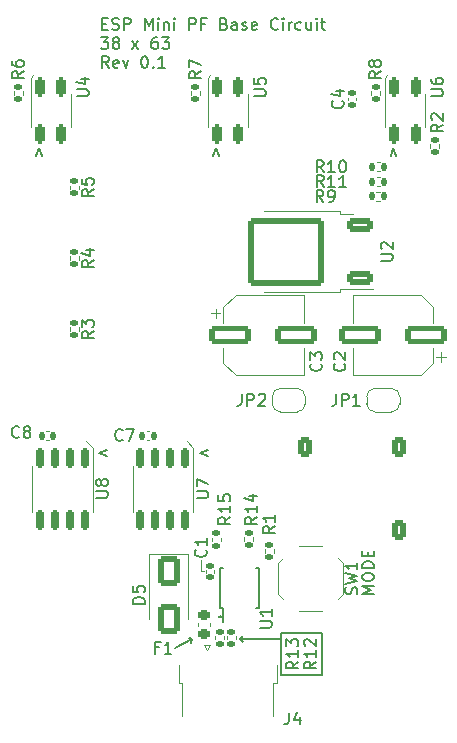
<source format=gbr>
%TF.GenerationSoftware,KiCad,Pcbnew,7.0.6*%
%TF.CreationDate,2025-04-22T02:23:43+09:00*%
%TF.ProjectId,Moving_V4_ESP,4d6f7669-6e67-45f5-9634-5f4553502e6b,rev?*%
%TF.SameCoordinates,Original*%
%TF.FileFunction,Legend,Top*%
%TF.FilePolarity,Positive*%
%FSLAX46Y46*%
G04 Gerber Fmt 4.6, Leading zero omitted, Abs format (unit mm)*
G04 Created by KiCad (PCBNEW 7.0.6) date 2025-04-22 02:23:43*
%MOMM*%
%LPD*%
G01*
G04 APERTURE LIST*
G04 Aperture macros list*
%AMRoundRect*
0 Rectangle with rounded corners*
0 $1 Rounding radius*
0 $2 $3 $4 $5 $6 $7 $8 $9 X,Y pos of 4 corners*
0 Add a 4 corners polygon primitive as box body*
4,1,4,$2,$3,$4,$5,$6,$7,$8,$9,$2,$3,0*
0 Add four circle primitives for the rounded corners*
1,1,$1+$1,$2,$3*
1,1,$1+$1,$4,$5*
1,1,$1+$1,$6,$7*
1,1,$1+$1,$8,$9*
0 Add four rect primitives between the rounded corners*
20,1,$1+$1,$2,$3,$4,$5,0*
20,1,$1+$1,$4,$5,$6,$7,0*
20,1,$1+$1,$6,$7,$8,$9,0*
20,1,$1+$1,$8,$9,$2,$3,0*%
%AMFreePoly0*
4,1,19,0.500000,-0.750000,0.000000,-0.750000,0.000000,-0.744911,-0.071157,-0.744911,-0.207708,-0.704816,-0.327430,-0.627875,-0.420627,-0.520320,-0.479746,-0.390866,-0.500000,-0.250000,-0.500000,0.250000,-0.479746,0.390866,-0.420627,0.520320,-0.327430,0.627875,-0.207708,0.704816,-0.071157,0.744911,0.000000,0.744911,0.000000,0.750000,0.500000,0.750000,0.500000,-0.750000,0.500000,-0.750000,
$1*%
%AMFreePoly1*
4,1,19,0.000000,0.744911,0.071157,0.744911,0.207708,0.704816,0.327430,0.627875,0.420627,0.520320,0.479746,0.390866,0.500000,0.250000,0.500000,-0.250000,0.479746,-0.390866,0.420627,-0.520320,0.327430,-0.627875,0.207708,-0.704816,0.071157,-0.744911,0.000000,-0.744911,0.000000,-0.750000,-0.500000,-0.750000,-0.500000,0.750000,0.000000,0.750000,0.000000,0.744911,0.000000,0.744911,
$1*%
G04 Aperture macros list end*
%ADD10C,0.150000*%
%ADD11C,0.120000*%
%ADD12RoundRect,0.250000X0.850000X0.350000X-0.850000X0.350000X-0.850000X-0.350000X0.850000X-0.350000X0*%
%ADD13RoundRect,0.249997X2.950003X2.650003X-2.950003X2.650003X-2.950003X-2.650003X2.950003X-2.650003X0*%
%ADD14RoundRect,0.135000X-0.185000X0.135000X-0.185000X-0.135000X0.185000X-0.135000X0.185000X0.135000X0*%
%ADD15RoundRect,0.197500X-0.197500X-0.632500X0.197500X-0.632500X0.197500X0.632500X-0.197500X0.632500X0*%
%ADD16RoundRect,0.150000X-0.150000X0.675000X-0.150000X-0.675000X0.150000X-0.675000X0.150000X0.675000X0*%
%ADD17RoundRect,0.135000X-0.135000X-0.185000X0.135000X-0.185000X0.135000X0.185000X-0.135000X0.185000X0*%
%ADD18RoundRect,0.250000X-0.650000X1.000000X-0.650000X-1.000000X0.650000X-1.000000X0.650000X1.000000X0*%
%ADD19RoundRect,0.140000X-0.140000X-0.170000X0.140000X-0.170000X0.140000X0.170000X-0.140000X0.170000X0*%
%ADD20RoundRect,0.250000X1.500000X0.550000X-1.500000X0.550000X-1.500000X-0.550000X1.500000X-0.550000X0*%
%ADD21RoundRect,0.135000X0.185000X-0.135000X0.185000X0.135000X-0.185000X0.135000X-0.185000X-0.135000X0*%
%ADD22R,0.300000X1.400000*%
%ADD23R,0.750000X1.000000*%
%ADD24FreePoly0,180.000000*%
%ADD25FreePoly1,180.000000*%
%ADD26RoundRect,0.140000X0.170000X-0.140000X0.170000X0.140000X-0.170000X0.140000X-0.170000X-0.140000X0*%
%ADD27C,3.200000*%
%ADD28R,0.400000X1.650000*%
%ADD29R,1.825000X0.700000*%
%ADD30R,2.000000X1.500000*%
%ADD31R,1.350000X2.000000*%
%ADD32O,1.350000X1.700000*%
%ADD33O,1.100000X1.500000*%
%ADD34R,1.430000X2.500000*%
%ADD35RoundRect,0.140000X-0.170000X0.140000X-0.170000X-0.140000X0.170000X-0.140000X0.170000X0.140000X0*%
%ADD36RoundRect,0.250000X-1.500000X-0.550000X1.500000X-0.550000X1.500000X0.550000X-1.500000X0.550000X0*%
%ADD37RoundRect,0.218750X0.256250X-0.218750X0.256250X0.218750X-0.256250X0.218750X-0.256250X-0.218750X0*%
%ADD38R,1.600000X1.600000*%
%ADD39C,1.600000*%
%ADD40R,1.800000X1.800000*%
%ADD41C,1.800000*%
%ADD42RoundRect,0.250000X0.350000X0.625000X-0.350000X0.625000X-0.350000X-0.625000X0.350000X-0.625000X0*%
%ADD43O,1.200000X1.750000*%
%ADD44R,3.000000X3.000000*%
%ADD45C,3.000000*%
G04 APERTURE END LIST*
D10*
X116000000Y-154250000D02*
X115900000Y-154600000D01*
X123500000Y-153750000D02*
X123500000Y-154250000D01*
X127000000Y-157250000D02*
X127000000Y-153750000D01*
D11*
X116060000Y-138050000D02*
X115500000Y-137500000D01*
X102300000Y-106700000D02*
X102500000Y-106500000D01*
D10*
X120250000Y-154000000D02*
X120000000Y-154250000D01*
X116000000Y-154250000D02*
X115700000Y-154100000D01*
D11*
X117300000Y-106700000D02*
X117500000Y-106500000D01*
D10*
X120000000Y-154250000D02*
X120250000Y-154500000D01*
X123500000Y-157250000D02*
X127000000Y-157250000D01*
X120000000Y-154250000D02*
X120250000Y-154000000D01*
X127000000Y-153750000D02*
X123500000Y-153750000D01*
D11*
X132300000Y-106700000D02*
X132500000Y-106500000D01*
D10*
X120000000Y-154250000D02*
X123500000Y-154250000D01*
D11*
X116750000Y-148500000D02*
X117000000Y-148500000D01*
D10*
X114500000Y-155000000D02*
X116000000Y-154250000D01*
X123500000Y-154250000D02*
X123500000Y-157250000D01*
D11*
X116750000Y-147500000D02*
X116750000Y-148500000D01*
X107560000Y-138050000D02*
X107000000Y-137500000D01*
D10*
X108796847Y-138241541D02*
X108130180Y-138479636D01*
X108130180Y-138479636D02*
X108796847Y-138717731D01*
X118258458Y-113296847D02*
X118020363Y-112630180D01*
X118020363Y-112630180D02*
X117782268Y-113296847D01*
X108336779Y-102126009D02*
X108670112Y-102126009D01*
X108812969Y-102649819D02*
X108336779Y-102649819D01*
X108336779Y-102649819D02*
X108336779Y-101649819D01*
X108336779Y-101649819D02*
X108812969Y-101649819D01*
X109193922Y-102602200D02*
X109336779Y-102649819D01*
X109336779Y-102649819D02*
X109574874Y-102649819D01*
X109574874Y-102649819D02*
X109670112Y-102602200D01*
X109670112Y-102602200D02*
X109717731Y-102554580D01*
X109717731Y-102554580D02*
X109765350Y-102459342D01*
X109765350Y-102459342D02*
X109765350Y-102364104D01*
X109765350Y-102364104D02*
X109717731Y-102268866D01*
X109717731Y-102268866D02*
X109670112Y-102221247D01*
X109670112Y-102221247D02*
X109574874Y-102173628D01*
X109574874Y-102173628D02*
X109384398Y-102126009D01*
X109384398Y-102126009D02*
X109289160Y-102078390D01*
X109289160Y-102078390D02*
X109241541Y-102030771D01*
X109241541Y-102030771D02*
X109193922Y-101935533D01*
X109193922Y-101935533D02*
X109193922Y-101840295D01*
X109193922Y-101840295D02*
X109241541Y-101745057D01*
X109241541Y-101745057D02*
X109289160Y-101697438D01*
X109289160Y-101697438D02*
X109384398Y-101649819D01*
X109384398Y-101649819D02*
X109622493Y-101649819D01*
X109622493Y-101649819D02*
X109765350Y-101697438D01*
X110193922Y-102649819D02*
X110193922Y-101649819D01*
X110193922Y-101649819D02*
X110574874Y-101649819D01*
X110574874Y-101649819D02*
X110670112Y-101697438D01*
X110670112Y-101697438D02*
X110717731Y-101745057D01*
X110717731Y-101745057D02*
X110765350Y-101840295D01*
X110765350Y-101840295D02*
X110765350Y-101983152D01*
X110765350Y-101983152D02*
X110717731Y-102078390D01*
X110717731Y-102078390D02*
X110670112Y-102126009D01*
X110670112Y-102126009D02*
X110574874Y-102173628D01*
X110574874Y-102173628D02*
X110193922Y-102173628D01*
X111955827Y-102649819D02*
X111955827Y-101649819D01*
X111955827Y-101649819D02*
X112289160Y-102364104D01*
X112289160Y-102364104D02*
X112622493Y-101649819D01*
X112622493Y-101649819D02*
X112622493Y-102649819D01*
X113098684Y-102649819D02*
X113098684Y-101983152D01*
X113098684Y-101649819D02*
X113051065Y-101697438D01*
X113051065Y-101697438D02*
X113098684Y-101745057D01*
X113098684Y-101745057D02*
X113146303Y-101697438D01*
X113146303Y-101697438D02*
X113098684Y-101649819D01*
X113098684Y-101649819D02*
X113098684Y-101745057D01*
X113574874Y-101983152D02*
X113574874Y-102649819D01*
X113574874Y-102078390D02*
X113622493Y-102030771D01*
X113622493Y-102030771D02*
X113717731Y-101983152D01*
X113717731Y-101983152D02*
X113860588Y-101983152D01*
X113860588Y-101983152D02*
X113955826Y-102030771D01*
X113955826Y-102030771D02*
X114003445Y-102126009D01*
X114003445Y-102126009D02*
X114003445Y-102649819D01*
X114479636Y-102649819D02*
X114479636Y-101983152D01*
X114479636Y-101649819D02*
X114432017Y-101697438D01*
X114432017Y-101697438D02*
X114479636Y-101745057D01*
X114479636Y-101745057D02*
X114527255Y-101697438D01*
X114527255Y-101697438D02*
X114479636Y-101649819D01*
X114479636Y-101649819D02*
X114479636Y-101745057D01*
X115717731Y-102649819D02*
X115717731Y-101649819D01*
X115717731Y-101649819D02*
X116098683Y-101649819D01*
X116098683Y-101649819D02*
X116193921Y-101697438D01*
X116193921Y-101697438D02*
X116241540Y-101745057D01*
X116241540Y-101745057D02*
X116289159Y-101840295D01*
X116289159Y-101840295D02*
X116289159Y-101983152D01*
X116289159Y-101983152D02*
X116241540Y-102078390D01*
X116241540Y-102078390D02*
X116193921Y-102126009D01*
X116193921Y-102126009D02*
X116098683Y-102173628D01*
X116098683Y-102173628D02*
X115717731Y-102173628D01*
X117051064Y-102126009D02*
X116717731Y-102126009D01*
X116717731Y-102649819D02*
X116717731Y-101649819D01*
X116717731Y-101649819D02*
X117193921Y-101649819D01*
X118670112Y-102126009D02*
X118812969Y-102173628D01*
X118812969Y-102173628D02*
X118860588Y-102221247D01*
X118860588Y-102221247D02*
X118908207Y-102316485D01*
X118908207Y-102316485D02*
X118908207Y-102459342D01*
X118908207Y-102459342D02*
X118860588Y-102554580D01*
X118860588Y-102554580D02*
X118812969Y-102602200D01*
X118812969Y-102602200D02*
X118717731Y-102649819D01*
X118717731Y-102649819D02*
X118336779Y-102649819D01*
X118336779Y-102649819D02*
X118336779Y-101649819D01*
X118336779Y-101649819D02*
X118670112Y-101649819D01*
X118670112Y-101649819D02*
X118765350Y-101697438D01*
X118765350Y-101697438D02*
X118812969Y-101745057D01*
X118812969Y-101745057D02*
X118860588Y-101840295D01*
X118860588Y-101840295D02*
X118860588Y-101935533D01*
X118860588Y-101935533D02*
X118812969Y-102030771D01*
X118812969Y-102030771D02*
X118765350Y-102078390D01*
X118765350Y-102078390D02*
X118670112Y-102126009D01*
X118670112Y-102126009D02*
X118336779Y-102126009D01*
X119765350Y-102649819D02*
X119765350Y-102126009D01*
X119765350Y-102126009D02*
X119717731Y-102030771D01*
X119717731Y-102030771D02*
X119622493Y-101983152D01*
X119622493Y-101983152D02*
X119432017Y-101983152D01*
X119432017Y-101983152D02*
X119336779Y-102030771D01*
X119765350Y-102602200D02*
X119670112Y-102649819D01*
X119670112Y-102649819D02*
X119432017Y-102649819D01*
X119432017Y-102649819D02*
X119336779Y-102602200D01*
X119336779Y-102602200D02*
X119289160Y-102506961D01*
X119289160Y-102506961D02*
X119289160Y-102411723D01*
X119289160Y-102411723D02*
X119336779Y-102316485D01*
X119336779Y-102316485D02*
X119432017Y-102268866D01*
X119432017Y-102268866D02*
X119670112Y-102268866D01*
X119670112Y-102268866D02*
X119765350Y-102221247D01*
X120193922Y-102602200D02*
X120289160Y-102649819D01*
X120289160Y-102649819D02*
X120479636Y-102649819D01*
X120479636Y-102649819D02*
X120574874Y-102602200D01*
X120574874Y-102602200D02*
X120622493Y-102506961D01*
X120622493Y-102506961D02*
X120622493Y-102459342D01*
X120622493Y-102459342D02*
X120574874Y-102364104D01*
X120574874Y-102364104D02*
X120479636Y-102316485D01*
X120479636Y-102316485D02*
X120336779Y-102316485D01*
X120336779Y-102316485D02*
X120241541Y-102268866D01*
X120241541Y-102268866D02*
X120193922Y-102173628D01*
X120193922Y-102173628D02*
X120193922Y-102126009D01*
X120193922Y-102126009D02*
X120241541Y-102030771D01*
X120241541Y-102030771D02*
X120336779Y-101983152D01*
X120336779Y-101983152D02*
X120479636Y-101983152D01*
X120479636Y-101983152D02*
X120574874Y-102030771D01*
X121432017Y-102602200D02*
X121336779Y-102649819D01*
X121336779Y-102649819D02*
X121146303Y-102649819D01*
X121146303Y-102649819D02*
X121051065Y-102602200D01*
X121051065Y-102602200D02*
X121003446Y-102506961D01*
X121003446Y-102506961D02*
X121003446Y-102126009D01*
X121003446Y-102126009D02*
X121051065Y-102030771D01*
X121051065Y-102030771D02*
X121146303Y-101983152D01*
X121146303Y-101983152D02*
X121336779Y-101983152D01*
X121336779Y-101983152D02*
X121432017Y-102030771D01*
X121432017Y-102030771D02*
X121479636Y-102126009D01*
X121479636Y-102126009D02*
X121479636Y-102221247D01*
X121479636Y-102221247D02*
X121003446Y-102316485D01*
X123241541Y-102554580D02*
X123193922Y-102602200D01*
X123193922Y-102602200D02*
X123051065Y-102649819D01*
X123051065Y-102649819D02*
X122955827Y-102649819D01*
X122955827Y-102649819D02*
X122812970Y-102602200D01*
X122812970Y-102602200D02*
X122717732Y-102506961D01*
X122717732Y-102506961D02*
X122670113Y-102411723D01*
X122670113Y-102411723D02*
X122622494Y-102221247D01*
X122622494Y-102221247D02*
X122622494Y-102078390D01*
X122622494Y-102078390D02*
X122670113Y-101887914D01*
X122670113Y-101887914D02*
X122717732Y-101792676D01*
X122717732Y-101792676D02*
X122812970Y-101697438D01*
X122812970Y-101697438D02*
X122955827Y-101649819D01*
X122955827Y-101649819D02*
X123051065Y-101649819D01*
X123051065Y-101649819D02*
X123193922Y-101697438D01*
X123193922Y-101697438D02*
X123241541Y-101745057D01*
X123670113Y-102649819D02*
X123670113Y-101983152D01*
X123670113Y-101649819D02*
X123622494Y-101697438D01*
X123622494Y-101697438D02*
X123670113Y-101745057D01*
X123670113Y-101745057D02*
X123717732Y-101697438D01*
X123717732Y-101697438D02*
X123670113Y-101649819D01*
X123670113Y-101649819D02*
X123670113Y-101745057D01*
X124146303Y-102649819D02*
X124146303Y-101983152D01*
X124146303Y-102173628D02*
X124193922Y-102078390D01*
X124193922Y-102078390D02*
X124241541Y-102030771D01*
X124241541Y-102030771D02*
X124336779Y-101983152D01*
X124336779Y-101983152D02*
X124432017Y-101983152D01*
X125193922Y-102602200D02*
X125098684Y-102649819D01*
X125098684Y-102649819D02*
X124908208Y-102649819D01*
X124908208Y-102649819D02*
X124812970Y-102602200D01*
X124812970Y-102602200D02*
X124765351Y-102554580D01*
X124765351Y-102554580D02*
X124717732Y-102459342D01*
X124717732Y-102459342D02*
X124717732Y-102173628D01*
X124717732Y-102173628D02*
X124765351Y-102078390D01*
X124765351Y-102078390D02*
X124812970Y-102030771D01*
X124812970Y-102030771D02*
X124908208Y-101983152D01*
X124908208Y-101983152D02*
X125098684Y-101983152D01*
X125098684Y-101983152D02*
X125193922Y-102030771D01*
X126051065Y-101983152D02*
X126051065Y-102649819D01*
X125622494Y-101983152D02*
X125622494Y-102506961D01*
X125622494Y-102506961D02*
X125670113Y-102602200D01*
X125670113Y-102602200D02*
X125765351Y-102649819D01*
X125765351Y-102649819D02*
X125908208Y-102649819D01*
X125908208Y-102649819D02*
X126003446Y-102602200D01*
X126003446Y-102602200D02*
X126051065Y-102554580D01*
X126527256Y-102649819D02*
X126527256Y-101983152D01*
X126527256Y-101649819D02*
X126479637Y-101697438D01*
X126479637Y-101697438D02*
X126527256Y-101745057D01*
X126527256Y-101745057D02*
X126574875Y-101697438D01*
X126574875Y-101697438D02*
X126527256Y-101649819D01*
X126527256Y-101649819D02*
X126527256Y-101745057D01*
X126860589Y-101983152D02*
X127241541Y-101983152D01*
X127003446Y-101649819D02*
X127003446Y-102506961D01*
X127003446Y-102506961D02*
X127051065Y-102602200D01*
X127051065Y-102602200D02*
X127146303Y-102649819D01*
X127146303Y-102649819D02*
X127241541Y-102649819D01*
X108241541Y-103259819D02*
X108860588Y-103259819D01*
X108860588Y-103259819D02*
X108527255Y-103640771D01*
X108527255Y-103640771D02*
X108670112Y-103640771D01*
X108670112Y-103640771D02*
X108765350Y-103688390D01*
X108765350Y-103688390D02*
X108812969Y-103736009D01*
X108812969Y-103736009D02*
X108860588Y-103831247D01*
X108860588Y-103831247D02*
X108860588Y-104069342D01*
X108860588Y-104069342D02*
X108812969Y-104164580D01*
X108812969Y-104164580D02*
X108765350Y-104212200D01*
X108765350Y-104212200D02*
X108670112Y-104259819D01*
X108670112Y-104259819D02*
X108384398Y-104259819D01*
X108384398Y-104259819D02*
X108289160Y-104212200D01*
X108289160Y-104212200D02*
X108241541Y-104164580D01*
X109432017Y-103688390D02*
X109336779Y-103640771D01*
X109336779Y-103640771D02*
X109289160Y-103593152D01*
X109289160Y-103593152D02*
X109241541Y-103497914D01*
X109241541Y-103497914D02*
X109241541Y-103450295D01*
X109241541Y-103450295D02*
X109289160Y-103355057D01*
X109289160Y-103355057D02*
X109336779Y-103307438D01*
X109336779Y-103307438D02*
X109432017Y-103259819D01*
X109432017Y-103259819D02*
X109622493Y-103259819D01*
X109622493Y-103259819D02*
X109717731Y-103307438D01*
X109717731Y-103307438D02*
X109765350Y-103355057D01*
X109765350Y-103355057D02*
X109812969Y-103450295D01*
X109812969Y-103450295D02*
X109812969Y-103497914D01*
X109812969Y-103497914D02*
X109765350Y-103593152D01*
X109765350Y-103593152D02*
X109717731Y-103640771D01*
X109717731Y-103640771D02*
X109622493Y-103688390D01*
X109622493Y-103688390D02*
X109432017Y-103688390D01*
X109432017Y-103688390D02*
X109336779Y-103736009D01*
X109336779Y-103736009D02*
X109289160Y-103783628D01*
X109289160Y-103783628D02*
X109241541Y-103878866D01*
X109241541Y-103878866D02*
X109241541Y-104069342D01*
X109241541Y-104069342D02*
X109289160Y-104164580D01*
X109289160Y-104164580D02*
X109336779Y-104212200D01*
X109336779Y-104212200D02*
X109432017Y-104259819D01*
X109432017Y-104259819D02*
X109622493Y-104259819D01*
X109622493Y-104259819D02*
X109717731Y-104212200D01*
X109717731Y-104212200D02*
X109765350Y-104164580D01*
X109765350Y-104164580D02*
X109812969Y-104069342D01*
X109812969Y-104069342D02*
X109812969Y-103878866D01*
X109812969Y-103878866D02*
X109765350Y-103783628D01*
X109765350Y-103783628D02*
X109717731Y-103736009D01*
X109717731Y-103736009D02*
X109622493Y-103688390D01*
X110908208Y-104259819D02*
X111432017Y-103593152D01*
X110908208Y-103593152D02*
X111432017Y-104259819D01*
X113003446Y-103259819D02*
X112812970Y-103259819D01*
X112812970Y-103259819D02*
X112717732Y-103307438D01*
X112717732Y-103307438D02*
X112670113Y-103355057D01*
X112670113Y-103355057D02*
X112574875Y-103497914D01*
X112574875Y-103497914D02*
X112527256Y-103688390D01*
X112527256Y-103688390D02*
X112527256Y-104069342D01*
X112527256Y-104069342D02*
X112574875Y-104164580D01*
X112574875Y-104164580D02*
X112622494Y-104212200D01*
X112622494Y-104212200D02*
X112717732Y-104259819D01*
X112717732Y-104259819D02*
X112908208Y-104259819D01*
X112908208Y-104259819D02*
X113003446Y-104212200D01*
X113003446Y-104212200D02*
X113051065Y-104164580D01*
X113051065Y-104164580D02*
X113098684Y-104069342D01*
X113098684Y-104069342D02*
X113098684Y-103831247D01*
X113098684Y-103831247D02*
X113051065Y-103736009D01*
X113051065Y-103736009D02*
X113003446Y-103688390D01*
X113003446Y-103688390D02*
X112908208Y-103640771D01*
X112908208Y-103640771D02*
X112717732Y-103640771D01*
X112717732Y-103640771D02*
X112622494Y-103688390D01*
X112622494Y-103688390D02*
X112574875Y-103736009D01*
X112574875Y-103736009D02*
X112527256Y-103831247D01*
X113432018Y-103259819D02*
X114051065Y-103259819D01*
X114051065Y-103259819D02*
X113717732Y-103640771D01*
X113717732Y-103640771D02*
X113860589Y-103640771D01*
X113860589Y-103640771D02*
X113955827Y-103688390D01*
X113955827Y-103688390D02*
X114003446Y-103736009D01*
X114003446Y-103736009D02*
X114051065Y-103831247D01*
X114051065Y-103831247D02*
X114051065Y-104069342D01*
X114051065Y-104069342D02*
X114003446Y-104164580D01*
X114003446Y-104164580D02*
X113955827Y-104212200D01*
X113955827Y-104212200D02*
X113860589Y-104259819D01*
X113860589Y-104259819D02*
X113574875Y-104259819D01*
X113574875Y-104259819D02*
X113479637Y-104212200D01*
X113479637Y-104212200D02*
X113432018Y-104164580D01*
X108908207Y-105869819D02*
X108574874Y-105393628D01*
X108336779Y-105869819D02*
X108336779Y-104869819D01*
X108336779Y-104869819D02*
X108717731Y-104869819D01*
X108717731Y-104869819D02*
X108812969Y-104917438D01*
X108812969Y-104917438D02*
X108860588Y-104965057D01*
X108860588Y-104965057D02*
X108908207Y-105060295D01*
X108908207Y-105060295D02*
X108908207Y-105203152D01*
X108908207Y-105203152D02*
X108860588Y-105298390D01*
X108860588Y-105298390D02*
X108812969Y-105346009D01*
X108812969Y-105346009D02*
X108717731Y-105393628D01*
X108717731Y-105393628D02*
X108336779Y-105393628D01*
X109717731Y-105822200D02*
X109622493Y-105869819D01*
X109622493Y-105869819D02*
X109432017Y-105869819D01*
X109432017Y-105869819D02*
X109336779Y-105822200D01*
X109336779Y-105822200D02*
X109289160Y-105726961D01*
X109289160Y-105726961D02*
X109289160Y-105346009D01*
X109289160Y-105346009D02*
X109336779Y-105250771D01*
X109336779Y-105250771D02*
X109432017Y-105203152D01*
X109432017Y-105203152D02*
X109622493Y-105203152D01*
X109622493Y-105203152D02*
X109717731Y-105250771D01*
X109717731Y-105250771D02*
X109765350Y-105346009D01*
X109765350Y-105346009D02*
X109765350Y-105441247D01*
X109765350Y-105441247D02*
X109289160Y-105536485D01*
X110098684Y-105203152D02*
X110336779Y-105869819D01*
X110336779Y-105869819D02*
X110574874Y-105203152D01*
X111908208Y-104869819D02*
X112003446Y-104869819D01*
X112003446Y-104869819D02*
X112098684Y-104917438D01*
X112098684Y-104917438D02*
X112146303Y-104965057D01*
X112146303Y-104965057D02*
X112193922Y-105060295D01*
X112193922Y-105060295D02*
X112241541Y-105250771D01*
X112241541Y-105250771D02*
X112241541Y-105488866D01*
X112241541Y-105488866D02*
X112193922Y-105679342D01*
X112193922Y-105679342D02*
X112146303Y-105774580D01*
X112146303Y-105774580D02*
X112098684Y-105822200D01*
X112098684Y-105822200D02*
X112003446Y-105869819D01*
X112003446Y-105869819D02*
X111908208Y-105869819D01*
X111908208Y-105869819D02*
X111812970Y-105822200D01*
X111812970Y-105822200D02*
X111765351Y-105774580D01*
X111765351Y-105774580D02*
X111717732Y-105679342D01*
X111717732Y-105679342D02*
X111670113Y-105488866D01*
X111670113Y-105488866D02*
X111670113Y-105250771D01*
X111670113Y-105250771D02*
X111717732Y-105060295D01*
X111717732Y-105060295D02*
X111765351Y-104965057D01*
X111765351Y-104965057D02*
X111812970Y-104917438D01*
X111812970Y-104917438D02*
X111908208Y-104869819D01*
X112670113Y-105774580D02*
X112717732Y-105822200D01*
X112717732Y-105822200D02*
X112670113Y-105869819D01*
X112670113Y-105869819D02*
X112622494Y-105822200D01*
X112622494Y-105822200D02*
X112670113Y-105774580D01*
X112670113Y-105774580D02*
X112670113Y-105869819D01*
X113670112Y-105869819D02*
X113098684Y-105869819D01*
X113384398Y-105869819D02*
X113384398Y-104869819D01*
X113384398Y-104869819D02*
X113289160Y-105012676D01*
X113289160Y-105012676D02*
X113193922Y-105107914D01*
X113193922Y-105107914D02*
X113098684Y-105155533D01*
X131369819Y-150413220D02*
X130369819Y-150413220D01*
X130369819Y-150413220D02*
X131084104Y-150079887D01*
X131084104Y-150079887D02*
X130369819Y-149746554D01*
X130369819Y-149746554D02*
X131369819Y-149746554D01*
X130369819Y-149079887D02*
X130369819Y-148889411D01*
X130369819Y-148889411D02*
X130417438Y-148794173D01*
X130417438Y-148794173D02*
X130512676Y-148698935D01*
X130512676Y-148698935D02*
X130703152Y-148651316D01*
X130703152Y-148651316D02*
X131036485Y-148651316D01*
X131036485Y-148651316D02*
X131226961Y-148698935D01*
X131226961Y-148698935D02*
X131322200Y-148794173D01*
X131322200Y-148794173D02*
X131369819Y-148889411D01*
X131369819Y-148889411D02*
X131369819Y-149079887D01*
X131369819Y-149079887D02*
X131322200Y-149175125D01*
X131322200Y-149175125D02*
X131226961Y-149270363D01*
X131226961Y-149270363D02*
X131036485Y-149317982D01*
X131036485Y-149317982D02*
X130703152Y-149317982D01*
X130703152Y-149317982D02*
X130512676Y-149270363D01*
X130512676Y-149270363D02*
X130417438Y-149175125D01*
X130417438Y-149175125D02*
X130369819Y-149079887D01*
X131369819Y-148222744D02*
X130369819Y-148222744D01*
X130369819Y-148222744D02*
X130369819Y-147984649D01*
X130369819Y-147984649D02*
X130417438Y-147841792D01*
X130417438Y-147841792D02*
X130512676Y-147746554D01*
X130512676Y-147746554D02*
X130607914Y-147698935D01*
X130607914Y-147698935D02*
X130798390Y-147651316D01*
X130798390Y-147651316D02*
X130941247Y-147651316D01*
X130941247Y-147651316D02*
X131131723Y-147698935D01*
X131131723Y-147698935D02*
X131226961Y-147746554D01*
X131226961Y-147746554D02*
X131322200Y-147841792D01*
X131322200Y-147841792D02*
X131369819Y-147984649D01*
X131369819Y-147984649D02*
X131369819Y-148222744D01*
X130846009Y-147222744D02*
X130846009Y-146889411D01*
X131369819Y-146746554D02*
X131369819Y-147222744D01*
X131369819Y-147222744D02*
X130369819Y-147222744D01*
X130369819Y-147222744D02*
X130369819Y-146746554D01*
X118336779Y-152274580D02*
X118384398Y-152322200D01*
X118384398Y-152322200D02*
X118336779Y-152369819D01*
X118336779Y-152369819D02*
X118289160Y-152322200D01*
X118289160Y-152322200D02*
X118336779Y-152274580D01*
X118336779Y-152274580D02*
X118336779Y-152369819D01*
X117296847Y-138241541D02*
X116630180Y-138479636D01*
X116630180Y-138479636D02*
X117296847Y-138717731D01*
X103258458Y-113296847D02*
X103020363Y-112630180D01*
X103020363Y-112630180D02*
X102782268Y-113296847D01*
X133258458Y-113296847D02*
X133020363Y-112630180D01*
X133020363Y-112630180D02*
X132782268Y-113296847D01*
X131954819Y-122181904D02*
X132764342Y-122181904D01*
X132764342Y-122181904D02*
X132859580Y-122134285D01*
X132859580Y-122134285D02*
X132907200Y-122086666D01*
X132907200Y-122086666D02*
X132954819Y-121991428D01*
X132954819Y-121991428D02*
X132954819Y-121800952D01*
X132954819Y-121800952D02*
X132907200Y-121705714D01*
X132907200Y-121705714D02*
X132859580Y-121658095D01*
X132859580Y-121658095D02*
X132764342Y-121610476D01*
X132764342Y-121610476D02*
X131954819Y-121610476D01*
X132050057Y-121181904D02*
X132002438Y-121134285D01*
X132002438Y-121134285D02*
X131954819Y-121039047D01*
X131954819Y-121039047D02*
X131954819Y-120800952D01*
X131954819Y-120800952D02*
X132002438Y-120705714D01*
X132002438Y-120705714D02*
X132050057Y-120658095D01*
X132050057Y-120658095D02*
X132145295Y-120610476D01*
X132145295Y-120610476D02*
X132240533Y-120610476D01*
X132240533Y-120610476D02*
X132383390Y-120658095D01*
X132383390Y-120658095D02*
X132954819Y-121229523D01*
X132954819Y-121229523D02*
X132954819Y-120610476D01*
X107624819Y-128156666D02*
X107148628Y-128489999D01*
X107624819Y-128728094D02*
X106624819Y-128728094D01*
X106624819Y-128728094D02*
X106624819Y-128347142D01*
X106624819Y-128347142D02*
X106672438Y-128251904D01*
X106672438Y-128251904D02*
X106720057Y-128204285D01*
X106720057Y-128204285D02*
X106815295Y-128156666D01*
X106815295Y-128156666D02*
X106958152Y-128156666D01*
X106958152Y-128156666D02*
X107053390Y-128204285D01*
X107053390Y-128204285D02*
X107101009Y-128251904D01*
X107101009Y-128251904D02*
X107148628Y-128347142D01*
X107148628Y-128347142D02*
X107148628Y-128728094D01*
X106624819Y-127823332D02*
X106624819Y-127204285D01*
X106624819Y-127204285D02*
X107005771Y-127537618D01*
X107005771Y-127537618D02*
X107005771Y-127394761D01*
X107005771Y-127394761D02*
X107053390Y-127299523D01*
X107053390Y-127299523D02*
X107101009Y-127251904D01*
X107101009Y-127251904D02*
X107196247Y-127204285D01*
X107196247Y-127204285D02*
X107434342Y-127204285D01*
X107434342Y-127204285D02*
X107529580Y-127251904D01*
X107529580Y-127251904D02*
X107577200Y-127299523D01*
X107577200Y-127299523D02*
X107624819Y-127394761D01*
X107624819Y-127394761D02*
X107624819Y-127680475D01*
X107624819Y-127680475D02*
X107577200Y-127775713D01*
X107577200Y-127775713D02*
X107529580Y-127823332D01*
X136204819Y-108261904D02*
X137014342Y-108261904D01*
X137014342Y-108261904D02*
X137109580Y-108214285D01*
X137109580Y-108214285D02*
X137157200Y-108166666D01*
X137157200Y-108166666D02*
X137204819Y-108071428D01*
X137204819Y-108071428D02*
X137204819Y-107880952D01*
X137204819Y-107880952D02*
X137157200Y-107785714D01*
X137157200Y-107785714D02*
X137109580Y-107738095D01*
X137109580Y-107738095D02*
X137014342Y-107690476D01*
X137014342Y-107690476D02*
X136204819Y-107690476D01*
X136204819Y-106785714D02*
X136204819Y-106976190D01*
X136204819Y-106976190D02*
X136252438Y-107071428D01*
X136252438Y-107071428D02*
X136300057Y-107119047D01*
X136300057Y-107119047D02*
X136442914Y-107214285D01*
X136442914Y-107214285D02*
X136633390Y-107261904D01*
X136633390Y-107261904D02*
X137014342Y-107261904D01*
X137014342Y-107261904D02*
X137109580Y-107214285D01*
X137109580Y-107214285D02*
X137157200Y-107166666D01*
X137157200Y-107166666D02*
X137204819Y-107071428D01*
X137204819Y-107071428D02*
X137204819Y-106880952D01*
X137204819Y-106880952D02*
X137157200Y-106785714D01*
X137157200Y-106785714D02*
X137109580Y-106738095D01*
X137109580Y-106738095D02*
X137014342Y-106690476D01*
X137014342Y-106690476D02*
X136776247Y-106690476D01*
X136776247Y-106690476D02*
X136681009Y-106738095D01*
X136681009Y-106738095D02*
X136633390Y-106785714D01*
X136633390Y-106785714D02*
X136585771Y-106880952D01*
X136585771Y-106880952D02*
X136585771Y-107071428D01*
X136585771Y-107071428D02*
X136633390Y-107166666D01*
X136633390Y-107166666D02*
X136681009Y-107214285D01*
X136681009Y-107214285D02*
X136776247Y-107261904D01*
X119204819Y-143892857D02*
X118728628Y-144226190D01*
X119204819Y-144464285D02*
X118204819Y-144464285D01*
X118204819Y-144464285D02*
X118204819Y-144083333D01*
X118204819Y-144083333D02*
X118252438Y-143988095D01*
X118252438Y-143988095D02*
X118300057Y-143940476D01*
X118300057Y-143940476D02*
X118395295Y-143892857D01*
X118395295Y-143892857D02*
X118538152Y-143892857D01*
X118538152Y-143892857D02*
X118633390Y-143940476D01*
X118633390Y-143940476D02*
X118681009Y-143988095D01*
X118681009Y-143988095D02*
X118728628Y-144083333D01*
X118728628Y-144083333D02*
X118728628Y-144464285D01*
X119204819Y-142940476D02*
X119204819Y-143511904D01*
X119204819Y-143226190D02*
X118204819Y-143226190D01*
X118204819Y-143226190D02*
X118347676Y-143321428D01*
X118347676Y-143321428D02*
X118442914Y-143416666D01*
X118442914Y-143416666D02*
X118490533Y-143511904D01*
X118204819Y-142035714D02*
X118204819Y-142511904D01*
X118204819Y-142511904D02*
X118681009Y-142559523D01*
X118681009Y-142559523D02*
X118633390Y-142511904D01*
X118633390Y-142511904D02*
X118585771Y-142416666D01*
X118585771Y-142416666D02*
X118585771Y-142178571D01*
X118585771Y-142178571D02*
X118633390Y-142083333D01*
X118633390Y-142083333D02*
X118681009Y-142035714D01*
X118681009Y-142035714D02*
X118776247Y-141988095D01*
X118776247Y-141988095D02*
X119014342Y-141988095D01*
X119014342Y-141988095D02*
X119109580Y-142035714D01*
X119109580Y-142035714D02*
X119157200Y-142083333D01*
X119157200Y-142083333D02*
X119204819Y-142178571D01*
X119204819Y-142178571D02*
X119204819Y-142416666D01*
X119204819Y-142416666D02*
X119157200Y-142511904D01*
X119157200Y-142511904D02*
X119109580Y-142559523D01*
X116354819Y-142261904D02*
X117164342Y-142261904D01*
X117164342Y-142261904D02*
X117259580Y-142214285D01*
X117259580Y-142214285D02*
X117307200Y-142166666D01*
X117307200Y-142166666D02*
X117354819Y-142071428D01*
X117354819Y-142071428D02*
X117354819Y-141880952D01*
X117354819Y-141880952D02*
X117307200Y-141785714D01*
X117307200Y-141785714D02*
X117259580Y-141738095D01*
X117259580Y-141738095D02*
X117164342Y-141690476D01*
X117164342Y-141690476D02*
X116354819Y-141690476D01*
X116354819Y-141309523D02*
X116354819Y-140642857D01*
X116354819Y-140642857D02*
X117354819Y-141071428D01*
X127083333Y-117204819D02*
X126750000Y-116728628D01*
X126511905Y-117204819D02*
X126511905Y-116204819D01*
X126511905Y-116204819D02*
X126892857Y-116204819D01*
X126892857Y-116204819D02*
X126988095Y-116252438D01*
X126988095Y-116252438D02*
X127035714Y-116300057D01*
X127035714Y-116300057D02*
X127083333Y-116395295D01*
X127083333Y-116395295D02*
X127083333Y-116538152D01*
X127083333Y-116538152D02*
X127035714Y-116633390D01*
X127035714Y-116633390D02*
X126988095Y-116681009D01*
X126988095Y-116681009D02*
X126892857Y-116728628D01*
X126892857Y-116728628D02*
X126511905Y-116728628D01*
X127559524Y-117204819D02*
X127750000Y-117204819D01*
X127750000Y-117204819D02*
X127845238Y-117157200D01*
X127845238Y-117157200D02*
X127892857Y-117109580D01*
X127892857Y-117109580D02*
X127988095Y-116966723D01*
X127988095Y-116966723D02*
X128035714Y-116776247D01*
X128035714Y-116776247D02*
X128035714Y-116395295D01*
X128035714Y-116395295D02*
X127988095Y-116300057D01*
X127988095Y-116300057D02*
X127940476Y-116252438D01*
X127940476Y-116252438D02*
X127845238Y-116204819D01*
X127845238Y-116204819D02*
X127654762Y-116204819D01*
X127654762Y-116204819D02*
X127559524Y-116252438D01*
X127559524Y-116252438D02*
X127511905Y-116300057D01*
X127511905Y-116300057D02*
X127464286Y-116395295D01*
X127464286Y-116395295D02*
X127464286Y-116633390D01*
X127464286Y-116633390D02*
X127511905Y-116728628D01*
X127511905Y-116728628D02*
X127559524Y-116776247D01*
X127559524Y-116776247D02*
X127654762Y-116823866D01*
X127654762Y-116823866D02*
X127845238Y-116823866D01*
X127845238Y-116823866D02*
X127940476Y-116776247D01*
X127940476Y-116776247D02*
X127988095Y-116728628D01*
X127988095Y-116728628D02*
X128035714Y-116633390D01*
X111954819Y-151238094D02*
X110954819Y-151238094D01*
X110954819Y-151238094D02*
X110954819Y-150999999D01*
X110954819Y-150999999D02*
X111002438Y-150857142D01*
X111002438Y-150857142D02*
X111097676Y-150761904D01*
X111097676Y-150761904D02*
X111192914Y-150714285D01*
X111192914Y-150714285D02*
X111383390Y-150666666D01*
X111383390Y-150666666D02*
X111526247Y-150666666D01*
X111526247Y-150666666D02*
X111716723Y-150714285D01*
X111716723Y-150714285D02*
X111811961Y-150761904D01*
X111811961Y-150761904D02*
X111907200Y-150857142D01*
X111907200Y-150857142D02*
X111954819Y-150999999D01*
X111954819Y-150999999D02*
X111954819Y-151238094D01*
X110954819Y-149761904D02*
X110954819Y-150238094D01*
X110954819Y-150238094D02*
X111431009Y-150285713D01*
X111431009Y-150285713D02*
X111383390Y-150238094D01*
X111383390Y-150238094D02*
X111335771Y-150142856D01*
X111335771Y-150142856D02*
X111335771Y-149904761D01*
X111335771Y-149904761D02*
X111383390Y-149809523D01*
X111383390Y-149809523D02*
X111431009Y-149761904D01*
X111431009Y-149761904D02*
X111526247Y-149714285D01*
X111526247Y-149714285D02*
X111764342Y-149714285D01*
X111764342Y-149714285D02*
X111859580Y-149761904D01*
X111859580Y-149761904D02*
X111907200Y-149809523D01*
X111907200Y-149809523D02*
X111954819Y-149904761D01*
X111954819Y-149904761D02*
X111954819Y-150142856D01*
X111954819Y-150142856D02*
X111907200Y-150238094D01*
X111907200Y-150238094D02*
X111859580Y-150285713D01*
X110083333Y-137359580D02*
X110035714Y-137407200D01*
X110035714Y-137407200D02*
X109892857Y-137454819D01*
X109892857Y-137454819D02*
X109797619Y-137454819D01*
X109797619Y-137454819D02*
X109654762Y-137407200D01*
X109654762Y-137407200D02*
X109559524Y-137311961D01*
X109559524Y-137311961D02*
X109511905Y-137216723D01*
X109511905Y-137216723D02*
X109464286Y-137026247D01*
X109464286Y-137026247D02*
X109464286Y-136883390D01*
X109464286Y-136883390D02*
X109511905Y-136692914D01*
X109511905Y-136692914D02*
X109559524Y-136597676D01*
X109559524Y-136597676D02*
X109654762Y-136502438D01*
X109654762Y-136502438D02*
X109797619Y-136454819D01*
X109797619Y-136454819D02*
X109892857Y-136454819D01*
X109892857Y-136454819D02*
X110035714Y-136502438D01*
X110035714Y-136502438D02*
X110083333Y-136550057D01*
X110416667Y-136454819D02*
X111083333Y-136454819D01*
X111083333Y-136454819D02*
X110654762Y-137454819D01*
X107854819Y-142261904D02*
X108664342Y-142261904D01*
X108664342Y-142261904D02*
X108759580Y-142214285D01*
X108759580Y-142214285D02*
X108807200Y-142166666D01*
X108807200Y-142166666D02*
X108854819Y-142071428D01*
X108854819Y-142071428D02*
X108854819Y-141880952D01*
X108854819Y-141880952D02*
X108807200Y-141785714D01*
X108807200Y-141785714D02*
X108759580Y-141738095D01*
X108759580Y-141738095D02*
X108664342Y-141690476D01*
X108664342Y-141690476D02*
X107854819Y-141690476D01*
X108283390Y-141071428D02*
X108235771Y-141166666D01*
X108235771Y-141166666D02*
X108188152Y-141214285D01*
X108188152Y-141214285D02*
X108092914Y-141261904D01*
X108092914Y-141261904D02*
X108045295Y-141261904D01*
X108045295Y-141261904D02*
X107950057Y-141214285D01*
X107950057Y-141214285D02*
X107902438Y-141166666D01*
X107902438Y-141166666D02*
X107854819Y-141071428D01*
X107854819Y-141071428D02*
X107854819Y-140880952D01*
X107854819Y-140880952D02*
X107902438Y-140785714D01*
X107902438Y-140785714D02*
X107950057Y-140738095D01*
X107950057Y-140738095D02*
X108045295Y-140690476D01*
X108045295Y-140690476D02*
X108092914Y-140690476D01*
X108092914Y-140690476D02*
X108188152Y-140738095D01*
X108188152Y-140738095D02*
X108235771Y-140785714D01*
X108235771Y-140785714D02*
X108283390Y-140880952D01*
X108283390Y-140880952D02*
X108283390Y-141071428D01*
X108283390Y-141071428D02*
X108331009Y-141166666D01*
X108331009Y-141166666D02*
X108378628Y-141214285D01*
X108378628Y-141214285D02*
X108473866Y-141261904D01*
X108473866Y-141261904D02*
X108664342Y-141261904D01*
X108664342Y-141261904D02*
X108759580Y-141214285D01*
X108759580Y-141214285D02*
X108807200Y-141166666D01*
X108807200Y-141166666D02*
X108854819Y-141071428D01*
X108854819Y-141071428D02*
X108854819Y-140880952D01*
X108854819Y-140880952D02*
X108807200Y-140785714D01*
X108807200Y-140785714D02*
X108759580Y-140738095D01*
X108759580Y-140738095D02*
X108664342Y-140690476D01*
X108664342Y-140690476D02*
X108473866Y-140690476D01*
X108473866Y-140690476D02*
X108378628Y-140738095D01*
X108378628Y-140738095D02*
X108331009Y-140785714D01*
X108331009Y-140785714D02*
X108283390Y-140880952D01*
X128859580Y-130916666D02*
X128907200Y-130964285D01*
X128907200Y-130964285D02*
X128954819Y-131107142D01*
X128954819Y-131107142D02*
X128954819Y-131202380D01*
X128954819Y-131202380D02*
X128907200Y-131345237D01*
X128907200Y-131345237D02*
X128811961Y-131440475D01*
X128811961Y-131440475D02*
X128716723Y-131488094D01*
X128716723Y-131488094D02*
X128526247Y-131535713D01*
X128526247Y-131535713D02*
X128383390Y-131535713D01*
X128383390Y-131535713D02*
X128192914Y-131488094D01*
X128192914Y-131488094D02*
X128097676Y-131440475D01*
X128097676Y-131440475D02*
X128002438Y-131345237D01*
X128002438Y-131345237D02*
X127954819Y-131202380D01*
X127954819Y-131202380D02*
X127954819Y-131107142D01*
X127954819Y-131107142D02*
X128002438Y-130964285D01*
X128002438Y-130964285D02*
X128050057Y-130916666D01*
X128050057Y-130535713D02*
X128002438Y-130488094D01*
X128002438Y-130488094D02*
X127954819Y-130392856D01*
X127954819Y-130392856D02*
X127954819Y-130154761D01*
X127954819Y-130154761D02*
X128002438Y-130059523D01*
X128002438Y-130059523D02*
X128050057Y-130011904D01*
X128050057Y-130011904D02*
X128145295Y-129964285D01*
X128145295Y-129964285D02*
X128240533Y-129964285D01*
X128240533Y-129964285D02*
X128383390Y-130011904D01*
X128383390Y-130011904D02*
X128954819Y-130583332D01*
X128954819Y-130583332D02*
X128954819Y-129964285D01*
X121454819Y-143892857D02*
X120978628Y-144226190D01*
X121454819Y-144464285D02*
X120454819Y-144464285D01*
X120454819Y-144464285D02*
X120454819Y-144083333D01*
X120454819Y-144083333D02*
X120502438Y-143988095D01*
X120502438Y-143988095D02*
X120550057Y-143940476D01*
X120550057Y-143940476D02*
X120645295Y-143892857D01*
X120645295Y-143892857D02*
X120788152Y-143892857D01*
X120788152Y-143892857D02*
X120883390Y-143940476D01*
X120883390Y-143940476D02*
X120931009Y-143988095D01*
X120931009Y-143988095D02*
X120978628Y-144083333D01*
X120978628Y-144083333D02*
X120978628Y-144464285D01*
X121454819Y-142940476D02*
X121454819Y-143511904D01*
X121454819Y-143226190D02*
X120454819Y-143226190D01*
X120454819Y-143226190D02*
X120597676Y-143321428D01*
X120597676Y-143321428D02*
X120692914Y-143416666D01*
X120692914Y-143416666D02*
X120740533Y-143511904D01*
X120788152Y-142083333D02*
X121454819Y-142083333D01*
X120407200Y-142321428D02*
X121121485Y-142559523D01*
X121121485Y-142559523D02*
X121121485Y-141940476D01*
X121704819Y-153261904D02*
X122514342Y-153261904D01*
X122514342Y-153261904D02*
X122609580Y-153214285D01*
X122609580Y-153214285D02*
X122657200Y-153166666D01*
X122657200Y-153166666D02*
X122704819Y-153071428D01*
X122704819Y-153071428D02*
X122704819Y-152880952D01*
X122704819Y-152880952D02*
X122657200Y-152785714D01*
X122657200Y-152785714D02*
X122609580Y-152738095D01*
X122609580Y-152738095D02*
X122514342Y-152690476D01*
X122514342Y-152690476D02*
X121704819Y-152690476D01*
X122704819Y-151690476D02*
X122704819Y-152261904D01*
X122704819Y-151976190D02*
X121704819Y-151976190D01*
X121704819Y-151976190D02*
X121847676Y-152071428D01*
X121847676Y-152071428D02*
X121942914Y-152166666D01*
X121942914Y-152166666D02*
X121990533Y-152261904D01*
X101333333Y-137109580D02*
X101285714Y-137157200D01*
X101285714Y-137157200D02*
X101142857Y-137204819D01*
X101142857Y-137204819D02*
X101047619Y-137204819D01*
X101047619Y-137204819D02*
X100904762Y-137157200D01*
X100904762Y-137157200D02*
X100809524Y-137061961D01*
X100809524Y-137061961D02*
X100761905Y-136966723D01*
X100761905Y-136966723D02*
X100714286Y-136776247D01*
X100714286Y-136776247D02*
X100714286Y-136633390D01*
X100714286Y-136633390D02*
X100761905Y-136442914D01*
X100761905Y-136442914D02*
X100809524Y-136347676D01*
X100809524Y-136347676D02*
X100904762Y-136252438D01*
X100904762Y-136252438D02*
X101047619Y-136204819D01*
X101047619Y-136204819D02*
X101142857Y-136204819D01*
X101142857Y-136204819D02*
X101285714Y-136252438D01*
X101285714Y-136252438D02*
X101333333Y-136300057D01*
X101904762Y-136633390D02*
X101809524Y-136585771D01*
X101809524Y-136585771D02*
X101761905Y-136538152D01*
X101761905Y-136538152D02*
X101714286Y-136442914D01*
X101714286Y-136442914D02*
X101714286Y-136395295D01*
X101714286Y-136395295D02*
X101761905Y-136300057D01*
X101761905Y-136300057D02*
X101809524Y-136252438D01*
X101809524Y-136252438D02*
X101904762Y-136204819D01*
X101904762Y-136204819D02*
X102095238Y-136204819D01*
X102095238Y-136204819D02*
X102190476Y-136252438D01*
X102190476Y-136252438D02*
X102238095Y-136300057D01*
X102238095Y-136300057D02*
X102285714Y-136395295D01*
X102285714Y-136395295D02*
X102285714Y-136442914D01*
X102285714Y-136442914D02*
X102238095Y-136538152D01*
X102238095Y-136538152D02*
X102190476Y-136585771D01*
X102190476Y-136585771D02*
X102095238Y-136633390D01*
X102095238Y-136633390D02*
X101904762Y-136633390D01*
X101904762Y-136633390D02*
X101809524Y-136681009D01*
X101809524Y-136681009D02*
X101761905Y-136728628D01*
X101761905Y-136728628D02*
X101714286Y-136823866D01*
X101714286Y-136823866D02*
X101714286Y-137014342D01*
X101714286Y-137014342D02*
X101761905Y-137109580D01*
X101761905Y-137109580D02*
X101809524Y-137157200D01*
X101809524Y-137157200D02*
X101904762Y-137204819D01*
X101904762Y-137204819D02*
X102095238Y-137204819D01*
X102095238Y-137204819D02*
X102190476Y-137157200D01*
X102190476Y-137157200D02*
X102238095Y-137109580D01*
X102238095Y-137109580D02*
X102285714Y-137014342D01*
X102285714Y-137014342D02*
X102285714Y-136823866D01*
X102285714Y-136823866D02*
X102238095Y-136728628D01*
X102238095Y-136728628D02*
X102190476Y-136681009D01*
X102190476Y-136681009D02*
X102095238Y-136633390D01*
X131954819Y-106166666D02*
X131478628Y-106499999D01*
X131954819Y-106738094D02*
X130954819Y-106738094D01*
X130954819Y-106738094D02*
X130954819Y-106357142D01*
X130954819Y-106357142D02*
X131002438Y-106261904D01*
X131002438Y-106261904D02*
X131050057Y-106214285D01*
X131050057Y-106214285D02*
X131145295Y-106166666D01*
X131145295Y-106166666D02*
X131288152Y-106166666D01*
X131288152Y-106166666D02*
X131383390Y-106214285D01*
X131383390Y-106214285D02*
X131431009Y-106261904D01*
X131431009Y-106261904D02*
X131478628Y-106357142D01*
X131478628Y-106357142D02*
X131478628Y-106738094D01*
X131383390Y-105595237D02*
X131335771Y-105690475D01*
X131335771Y-105690475D02*
X131288152Y-105738094D01*
X131288152Y-105738094D02*
X131192914Y-105785713D01*
X131192914Y-105785713D02*
X131145295Y-105785713D01*
X131145295Y-105785713D02*
X131050057Y-105738094D01*
X131050057Y-105738094D02*
X131002438Y-105690475D01*
X131002438Y-105690475D02*
X130954819Y-105595237D01*
X130954819Y-105595237D02*
X130954819Y-105404761D01*
X130954819Y-105404761D02*
X131002438Y-105309523D01*
X131002438Y-105309523D02*
X131050057Y-105261904D01*
X131050057Y-105261904D02*
X131145295Y-105214285D01*
X131145295Y-105214285D02*
X131192914Y-105214285D01*
X131192914Y-105214285D02*
X131288152Y-105261904D01*
X131288152Y-105261904D02*
X131335771Y-105309523D01*
X131335771Y-105309523D02*
X131383390Y-105404761D01*
X131383390Y-105404761D02*
X131383390Y-105595237D01*
X131383390Y-105595237D02*
X131431009Y-105690475D01*
X131431009Y-105690475D02*
X131478628Y-105738094D01*
X131478628Y-105738094D02*
X131573866Y-105785713D01*
X131573866Y-105785713D02*
X131764342Y-105785713D01*
X131764342Y-105785713D02*
X131859580Y-105738094D01*
X131859580Y-105738094D02*
X131907200Y-105690475D01*
X131907200Y-105690475D02*
X131954819Y-105595237D01*
X131954819Y-105595237D02*
X131954819Y-105404761D01*
X131954819Y-105404761D02*
X131907200Y-105309523D01*
X131907200Y-105309523D02*
X131859580Y-105261904D01*
X131859580Y-105261904D02*
X131764342Y-105214285D01*
X131764342Y-105214285D02*
X131573866Y-105214285D01*
X131573866Y-105214285D02*
X131478628Y-105261904D01*
X131478628Y-105261904D02*
X131431009Y-105309523D01*
X131431009Y-105309523D02*
X131383390Y-105404761D01*
X129907200Y-150433332D02*
X129954819Y-150290475D01*
X129954819Y-150290475D02*
X129954819Y-150052380D01*
X129954819Y-150052380D02*
X129907200Y-149957142D01*
X129907200Y-149957142D02*
X129859580Y-149909523D01*
X129859580Y-149909523D02*
X129764342Y-149861904D01*
X129764342Y-149861904D02*
X129669104Y-149861904D01*
X129669104Y-149861904D02*
X129573866Y-149909523D01*
X129573866Y-149909523D02*
X129526247Y-149957142D01*
X129526247Y-149957142D02*
X129478628Y-150052380D01*
X129478628Y-150052380D02*
X129431009Y-150242856D01*
X129431009Y-150242856D02*
X129383390Y-150338094D01*
X129383390Y-150338094D02*
X129335771Y-150385713D01*
X129335771Y-150385713D02*
X129240533Y-150433332D01*
X129240533Y-150433332D02*
X129145295Y-150433332D01*
X129145295Y-150433332D02*
X129050057Y-150385713D01*
X129050057Y-150385713D02*
X129002438Y-150338094D01*
X129002438Y-150338094D02*
X128954819Y-150242856D01*
X128954819Y-150242856D02*
X128954819Y-150004761D01*
X128954819Y-150004761D02*
X129002438Y-149861904D01*
X128954819Y-149528570D02*
X129954819Y-149290475D01*
X129954819Y-149290475D02*
X129240533Y-149099999D01*
X129240533Y-149099999D02*
X129954819Y-148909523D01*
X129954819Y-148909523D02*
X128954819Y-148671428D01*
X129954819Y-147766666D02*
X129954819Y-148338094D01*
X129954819Y-148052380D02*
X128954819Y-148052380D01*
X128954819Y-148052380D02*
X129097676Y-148147618D01*
X129097676Y-148147618D02*
X129192914Y-148242856D01*
X129192914Y-148242856D02*
X129240533Y-148338094D01*
X128166666Y-133454819D02*
X128166666Y-134169104D01*
X128166666Y-134169104D02*
X128119047Y-134311961D01*
X128119047Y-134311961D02*
X128023809Y-134407200D01*
X128023809Y-134407200D02*
X127880952Y-134454819D01*
X127880952Y-134454819D02*
X127785714Y-134454819D01*
X128642857Y-134454819D02*
X128642857Y-133454819D01*
X128642857Y-133454819D02*
X129023809Y-133454819D01*
X129023809Y-133454819D02*
X129119047Y-133502438D01*
X129119047Y-133502438D02*
X129166666Y-133550057D01*
X129166666Y-133550057D02*
X129214285Y-133645295D01*
X129214285Y-133645295D02*
X129214285Y-133788152D01*
X129214285Y-133788152D02*
X129166666Y-133883390D01*
X129166666Y-133883390D02*
X129119047Y-133931009D01*
X129119047Y-133931009D02*
X129023809Y-133978628D01*
X129023809Y-133978628D02*
X128642857Y-133978628D01*
X130166666Y-134454819D02*
X129595238Y-134454819D01*
X129880952Y-134454819D02*
X129880952Y-133454819D01*
X129880952Y-133454819D02*
X129785714Y-133597676D01*
X129785714Y-133597676D02*
X129690476Y-133692914D01*
X129690476Y-133692914D02*
X129595238Y-133740533D01*
X107624819Y-122156666D02*
X107148628Y-122489999D01*
X107624819Y-122728094D02*
X106624819Y-122728094D01*
X106624819Y-122728094D02*
X106624819Y-122347142D01*
X106624819Y-122347142D02*
X106672438Y-122251904D01*
X106672438Y-122251904D02*
X106720057Y-122204285D01*
X106720057Y-122204285D02*
X106815295Y-122156666D01*
X106815295Y-122156666D02*
X106958152Y-122156666D01*
X106958152Y-122156666D02*
X107053390Y-122204285D01*
X107053390Y-122204285D02*
X107101009Y-122251904D01*
X107101009Y-122251904D02*
X107148628Y-122347142D01*
X107148628Y-122347142D02*
X107148628Y-122728094D01*
X106958152Y-121299523D02*
X107624819Y-121299523D01*
X106577200Y-121537618D02*
X107291485Y-121775713D01*
X107291485Y-121775713D02*
X107291485Y-121156666D01*
X128699580Y-108666666D02*
X128747200Y-108714285D01*
X128747200Y-108714285D02*
X128794819Y-108857142D01*
X128794819Y-108857142D02*
X128794819Y-108952380D01*
X128794819Y-108952380D02*
X128747200Y-109095237D01*
X128747200Y-109095237D02*
X128651961Y-109190475D01*
X128651961Y-109190475D02*
X128556723Y-109238094D01*
X128556723Y-109238094D02*
X128366247Y-109285713D01*
X128366247Y-109285713D02*
X128223390Y-109285713D01*
X128223390Y-109285713D02*
X128032914Y-109238094D01*
X128032914Y-109238094D02*
X127937676Y-109190475D01*
X127937676Y-109190475D02*
X127842438Y-109095237D01*
X127842438Y-109095237D02*
X127794819Y-108952380D01*
X127794819Y-108952380D02*
X127794819Y-108857142D01*
X127794819Y-108857142D02*
X127842438Y-108714285D01*
X127842438Y-108714285D02*
X127890057Y-108666666D01*
X128128152Y-107809523D02*
X128794819Y-107809523D01*
X127747200Y-108047618D02*
X128461485Y-108285713D01*
X128461485Y-108285713D02*
X128461485Y-107666666D01*
X127107142Y-115954819D02*
X126773809Y-115478628D01*
X126535714Y-115954819D02*
X126535714Y-114954819D01*
X126535714Y-114954819D02*
X126916666Y-114954819D01*
X126916666Y-114954819D02*
X127011904Y-115002438D01*
X127011904Y-115002438D02*
X127059523Y-115050057D01*
X127059523Y-115050057D02*
X127107142Y-115145295D01*
X127107142Y-115145295D02*
X127107142Y-115288152D01*
X127107142Y-115288152D02*
X127059523Y-115383390D01*
X127059523Y-115383390D02*
X127011904Y-115431009D01*
X127011904Y-115431009D02*
X126916666Y-115478628D01*
X126916666Y-115478628D02*
X126535714Y-115478628D01*
X128059523Y-115954819D02*
X127488095Y-115954819D01*
X127773809Y-115954819D02*
X127773809Y-114954819D01*
X127773809Y-114954819D02*
X127678571Y-115097676D01*
X127678571Y-115097676D02*
X127583333Y-115192914D01*
X127583333Y-115192914D02*
X127488095Y-115240533D01*
X129011904Y-115954819D02*
X128440476Y-115954819D01*
X128726190Y-115954819D02*
X128726190Y-114954819D01*
X128726190Y-114954819D02*
X128630952Y-115097676D01*
X128630952Y-115097676D02*
X128535714Y-115192914D01*
X128535714Y-115192914D02*
X128440476Y-115240533D01*
X122954819Y-144666666D02*
X122478628Y-144999999D01*
X122954819Y-145238094D02*
X121954819Y-145238094D01*
X121954819Y-145238094D02*
X121954819Y-144857142D01*
X121954819Y-144857142D02*
X122002438Y-144761904D01*
X122002438Y-144761904D02*
X122050057Y-144714285D01*
X122050057Y-144714285D02*
X122145295Y-144666666D01*
X122145295Y-144666666D02*
X122288152Y-144666666D01*
X122288152Y-144666666D02*
X122383390Y-144714285D01*
X122383390Y-144714285D02*
X122431009Y-144761904D01*
X122431009Y-144761904D02*
X122478628Y-144857142D01*
X122478628Y-144857142D02*
X122478628Y-145238094D01*
X122954819Y-143714285D02*
X122954819Y-144285713D01*
X122954819Y-143999999D02*
X121954819Y-143999999D01*
X121954819Y-143999999D02*
X122097676Y-144095237D01*
X122097676Y-144095237D02*
X122192914Y-144190475D01*
X122192914Y-144190475D02*
X122240533Y-144285713D01*
X120166666Y-133454819D02*
X120166666Y-134169104D01*
X120166666Y-134169104D02*
X120119047Y-134311961D01*
X120119047Y-134311961D02*
X120023809Y-134407200D01*
X120023809Y-134407200D02*
X119880952Y-134454819D01*
X119880952Y-134454819D02*
X119785714Y-134454819D01*
X120642857Y-134454819D02*
X120642857Y-133454819D01*
X120642857Y-133454819D02*
X121023809Y-133454819D01*
X121023809Y-133454819D02*
X121119047Y-133502438D01*
X121119047Y-133502438D02*
X121166666Y-133550057D01*
X121166666Y-133550057D02*
X121214285Y-133645295D01*
X121214285Y-133645295D02*
X121214285Y-133788152D01*
X121214285Y-133788152D02*
X121166666Y-133883390D01*
X121166666Y-133883390D02*
X121119047Y-133931009D01*
X121119047Y-133931009D02*
X121023809Y-133978628D01*
X121023809Y-133978628D02*
X120642857Y-133978628D01*
X121595238Y-133550057D02*
X121642857Y-133502438D01*
X121642857Y-133502438D02*
X121738095Y-133454819D01*
X121738095Y-133454819D02*
X121976190Y-133454819D01*
X121976190Y-133454819D02*
X122071428Y-133502438D01*
X122071428Y-133502438D02*
X122119047Y-133550057D01*
X122119047Y-133550057D02*
X122166666Y-133645295D01*
X122166666Y-133645295D02*
X122166666Y-133740533D01*
X122166666Y-133740533D02*
X122119047Y-133883390D01*
X122119047Y-133883390D02*
X121547619Y-134454819D01*
X121547619Y-134454819D02*
X122166666Y-134454819D01*
X116704819Y-106166666D02*
X116228628Y-106499999D01*
X116704819Y-106738094D02*
X115704819Y-106738094D01*
X115704819Y-106738094D02*
X115704819Y-106357142D01*
X115704819Y-106357142D02*
X115752438Y-106261904D01*
X115752438Y-106261904D02*
X115800057Y-106214285D01*
X115800057Y-106214285D02*
X115895295Y-106166666D01*
X115895295Y-106166666D02*
X116038152Y-106166666D01*
X116038152Y-106166666D02*
X116133390Y-106214285D01*
X116133390Y-106214285D02*
X116181009Y-106261904D01*
X116181009Y-106261904D02*
X116228628Y-106357142D01*
X116228628Y-106357142D02*
X116228628Y-106738094D01*
X115704819Y-105833332D02*
X115704819Y-105166666D01*
X115704819Y-105166666D02*
X116704819Y-105595237D01*
X121204819Y-108261904D02*
X122014342Y-108261904D01*
X122014342Y-108261904D02*
X122109580Y-108214285D01*
X122109580Y-108214285D02*
X122157200Y-108166666D01*
X122157200Y-108166666D02*
X122204819Y-108071428D01*
X122204819Y-108071428D02*
X122204819Y-107880952D01*
X122204819Y-107880952D02*
X122157200Y-107785714D01*
X122157200Y-107785714D02*
X122109580Y-107738095D01*
X122109580Y-107738095D02*
X122014342Y-107690476D01*
X122014342Y-107690476D02*
X121204819Y-107690476D01*
X121204819Y-106738095D02*
X121204819Y-107214285D01*
X121204819Y-107214285D02*
X121681009Y-107261904D01*
X121681009Y-107261904D02*
X121633390Y-107214285D01*
X121633390Y-107214285D02*
X121585771Y-107119047D01*
X121585771Y-107119047D02*
X121585771Y-106880952D01*
X121585771Y-106880952D02*
X121633390Y-106785714D01*
X121633390Y-106785714D02*
X121681009Y-106738095D01*
X121681009Y-106738095D02*
X121776247Y-106690476D01*
X121776247Y-106690476D02*
X122014342Y-106690476D01*
X122014342Y-106690476D02*
X122109580Y-106738095D01*
X122109580Y-106738095D02*
X122157200Y-106785714D01*
X122157200Y-106785714D02*
X122204819Y-106880952D01*
X122204819Y-106880952D02*
X122204819Y-107119047D01*
X122204819Y-107119047D02*
X122157200Y-107214285D01*
X122157200Y-107214285D02*
X122109580Y-107261904D01*
X124166666Y-160454819D02*
X124166666Y-161169104D01*
X124166666Y-161169104D02*
X124119047Y-161311961D01*
X124119047Y-161311961D02*
X124023809Y-161407200D01*
X124023809Y-161407200D02*
X123880952Y-161454819D01*
X123880952Y-161454819D02*
X123785714Y-161454819D01*
X125071428Y-160788152D02*
X125071428Y-161454819D01*
X124833333Y-160407200D02*
X124595238Y-161121485D01*
X124595238Y-161121485D02*
X125214285Y-161121485D01*
X106204819Y-108261904D02*
X107014342Y-108261904D01*
X107014342Y-108261904D02*
X107109580Y-108214285D01*
X107109580Y-108214285D02*
X107157200Y-108166666D01*
X107157200Y-108166666D02*
X107204819Y-108071428D01*
X107204819Y-108071428D02*
X107204819Y-107880952D01*
X107204819Y-107880952D02*
X107157200Y-107785714D01*
X107157200Y-107785714D02*
X107109580Y-107738095D01*
X107109580Y-107738095D02*
X107014342Y-107690476D01*
X107014342Y-107690476D02*
X106204819Y-107690476D01*
X106538152Y-106785714D02*
X107204819Y-106785714D01*
X106157200Y-107023809D02*
X106871485Y-107261904D01*
X106871485Y-107261904D02*
X106871485Y-106642857D01*
X137204819Y-110666666D02*
X136728628Y-110999999D01*
X137204819Y-111238094D02*
X136204819Y-111238094D01*
X136204819Y-111238094D02*
X136204819Y-110857142D01*
X136204819Y-110857142D02*
X136252438Y-110761904D01*
X136252438Y-110761904D02*
X136300057Y-110714285D01*
X136300057Y-110714285D02*
X136395295Y-110666666D01*
X136395295Y-110666666D02*
X136538152Y-110666666D01*
X136538152Y-110666666D02*
X136633390Y-110714285D01*
X136633390Y-110714285D02*
X136681009Y-110761904D01*
X136681009Y-110761904D02*
X136728628Y-110857142D01*
X136728628Y-110857142D02*
X136728628Y-111238094D01*
X136300057Y-110285713D02*
X136252438Y-110238094D01*
X136252438Y-110238094D02*
X136204819Y-110142856D01*
X136204819Y-110142856D02*
X136204819Y-109904761D01*
X136204819Y-109904761D02*
X136252438Y-109809523D01*
X136252438Y-109809523D02*
X136300057Y-109761904D01*
X136300057Y-109761904D02*
X136395295Y-109714285D01*
X136395295Y-109714285D02*
X136490533Y-109714285D01*
X136490533Y-109714285D02*
X136633390Y-109761904D01*
X136633390Y-109761904D02*
X137204819Y-110333332D01*
X137204819Y-110333332D02*
X137204819Y-109714285D01*
X127107142Y-114704819D02*
X126773809Y-114228628D01*
X126535714Y-114704819D02*
X126535714Y-113704819D01*
X126535714Y-113704819D02*
X126916666Y-113704819D01*
X126916666Y-113704819D02*
X127011904Y-113752438D01*
X127011904Y-113752438D02*
X127059523Y-113800057D01*
X127059523Y-113800057D02*
X127107142Y-113895295D01*
X127107142Y-113895295D02*
X127107142Y-114038152D01*
X127107142Y-114038152D02*
X127059523Y-114133390D01*
X127059523Y-114133390D02*
X127011904Y-114181009D01*
X127011904Y-114181009D02*
X126916666Y-114228628D01*
X126916666Y-114228628D02*
X126535714Y-114228628D01*
X128059523Y-114704819D02*
X127488095Y-114704819D01*
X127773809Y-114704819D02*
X127773809Y-113704819D01*
X127773809Y-113704819D02*
X127678571Y-113847676D01*
X127678571Y-113847676D02*
X127583333Y-113942914D01*
X127583333Y-113942914D02*
X127488095Y-113990533D01*
X128678571Y-113704819D02*
X128773809Y-113704819D01*
X128773809Y-113704819D02*
X128869047Y-113752438D01*
X128869047Y-113752438D02*
X128916666Y-113800057D01*
X128916666Y-113800057D02*
X128964285Y-113895295D01*
X128964285Y-113895295D02*
X129011904Y-114085771D01*
X129011904Y-114085771D02*
X129011904Y-114323866D01*
X129011904Y-114323866D02*
X128964285Y-114514342D01*
X128964285Y-114514342D02*
X128916666Y-114609580D01*
X128916666Y-114609580D02*
X128869047Y-114657200D01*
X128869047Y-114657200D02*
X128773809Y-114704819D01*
X128773809Y-114704819D02*
X128678571Y-114704819D01*
X128678571Y-114704819D02*
X128583333Y-114657200D01*
X128583333Y-114657200D02*
X128535714Y-114609580D01*
X128535714Y-114609580D02*
X128488095Y-114514342D01*
X128488095Y-114514342D02*
X128440476Y-114323866D01*
X128440476Y-114323866D02*
X128440476Y-114085771D01*
X128440476Y-114085771D02*
X128488095Y-113895295D01*
X128488095Y-113895295D02*
X128535714Y-113800057D01*
X128535714Y-113800057D02*
X128583333Y-113752438D01*
X128583333Y-113752438D02*
X128678571Y-113704819D01*
X107624819Y-116156666D02*
X107148628Y-116489999D01*
X107624819Y-116728094D02*
X106624819Y-116728094D01*
X106624819Y-116728094D02*
X106624819Y-116347142D01*
X106624819Y-116347142D02*
X106672438Y-116251904D01*
X106672438Y-116251904D02*
X106720057Y-116204285D01*
X106720057Y-116204285D02*
X106815295Y-116156666D01*
X106815295Y-116156666D02*
X106958152Y-116156666D01*
X106958152Y-116156666D02*
X107053390Y-116204285D01*
X107053390Y-116204285D02*
X107101009Y-116251904D01*
X107101009Y-116251904D02*
X107148628Y-116347142D01*
X107148628Y-116347142D02*
X107148628Y-116728094D01*
X106624819Y-115251904D02*
X106624819Y-115728094D01*
X106624819Y-115728094D02*
X107101009Y-115775713D01*
X107101009Y-115775713D02*
X107053390Y-115728094D01*
X107053390Y-115728094D02*
X107005771Y-115632856D01*
X107005771Y-115632856D02*
X107005771Y-115394761D01*
X107005771Y-115394761D02*
X107053390Y-115299523D01*
X107053390Y-115299523D02*
X107101009Y-115251904D01*
X107101009Y-115251904D02*
X107196247Y-115204285D01*
X107196247Y-115204285D02*
X107434342Y-115204285D01*
X107434342Y-115204285D02*
X107529580Y-115251904D01*
X107529580Y-115251904D02*
X107577200Y-115299523D01*
X107577200Y-115299523D02*
X107624819Y-115394761D01*
X107624819Y-115394761D02*
X107624819Y-115632856D01*
X107624819Y-115632856D02*
X107577200Y-115728094D01*
X107577200Y-115728094D02*
X107529580Y-115775713D01*
X101704819Y-106166666D02*
X101228628Y-106499999D01*
X101704819Y-106738094D02*
X100704819Y-106738094D01*
X100704819Y-106738094D02*
X100704819Y-106357142D01*
X100704819Y-106357142D02*
X100752438Y-106261904D01*
X100752438Y-106261904D02*
X100800057Y-106214285D01*
X100800057Y-106214285D02*
X100895295Y-106166666D01*
X100895295Y-106166666D02*
X101038152Y-106166666D01*
X101038152Y-106166666D02*
X101133390Y-106214285D01*
X101133390Y-106214285D02*
X101181009Y-106261904D01*
X101181009Y-106261904D02*
X101228628Y-106357142D01*
X101228628Y-106357142D02*
X101228628Y-106738094D01*
X100704819Y-105309523D02*
X100704819Y-105499999D01*
X100704819Y-105499999D02*
X100752438Y-105595237D01*
X100752438Y-105595237D02*
X100800057Y-105642856D01*
X100800057Y-105642856D02*
X100942914Y-105738094D01*
X100942914Y-105738094D02*
X101133390Y-105785713D01*
X101133390Y-105785713D02*
X101514342Y-105785713D01*
X101514342Y-105785713D02*
X101609580Y-105738094D01*
X101609580Y-105738094D02*
X101657200Y-105690475D01*
X101657200Y-105690475D02*
X101704819Y-105595237D01*
X101704819Y-105595237D02*
X101704819Y-105404761D01*
X101704819Y-105404761D02*
X101657200Y-105309523D01*
X101657200Y-105309523D02*
X101609580Y-105261904D01*
X101609580Y-105261904D02*
X101514342Y-105214285D01*
X101514342Y-105214285D02*
X101276247Y-105214285D01*
X101276247Y-105214285D02*
X101181009Y-105261904D01*
X101181009Y-105261904D02*
X101133390Y-105309523D01*
X101133390Y-105309523D02*
X101085771Y-105404761D01*
X101085771Y-105404761D02*
X101085771Y-105595237D01*
X101085771Y-105595237D02*
X101133390Y-105690475D01*
X101133390Y-105690475D02*
X101181009Y-105738094D01*
X101181009Y-105738094D02*
X101276247Y-105785713D01*
X117109580Y-146666666D02*
X117157200Y-146714285D01*
X117157200Y-146714285D02*
X117204819Y-146857142D01*
X117204819Y-146857142D02*
X117204819Y-146952380D01*
X117204819Y-146952380D02*
X117157200Y-147095237D01*
X117157200Y-147095237D02*
X117061961Y-147190475D01*
X117061961Y-147190475D02*
X116966723Y-147238094D01*
X116966723Y-147238094D02*
X116776247Y-147285713D01*
X116776247Y-147285713D02*
X116633390Y-147285713D01*
X116633390Y-147285713D02*
X116442914Y-147238094D01*
X116442914Y-147238094D02*
X116347676Y-147190475D01*
X116347676Y-147190475D02*
X116252438Y-147095237D01*
X116252438Y-147095237D02*
X116204819Y-146952380D01*
X116204819Y-146952380D02*
X116204819Y-146857142D01*
X116204819Y-146857142D02*
X116252438Y-146714285D01*
X116252438Y-146714285D02*
X116300057Y-146666666D01*
X117204819Y-145714285D02*
X117204819Y-146285713D01*
X117204819Y-145999999D02*
X116204819Y-145999999D01*
X116204819Y-145999999D02*
X116347676Y-146095237D01*
X116347676Y-146095237D02*
X116442914Y-146190475D01*
X116442914Y-146190475D02*
X116490533Y-146285713D01*
X126859580Y-130916666D02*
X126907200Y-130964285D01*
X126907200Y-130964285D02*
X126954819Y-131107142D01*
X126954819Y-131107142D02*
X126954819Y-131202380D01*
X126954819Y-131202380D02*
X126907200Y-131345237D01*
X126907200Y-131345237D02*
X126811961Y-131440475D01*
X126811961Y-131440475D02*
X126716723Y-131488094D01*
X126716723Y-131488094D02*
X126526247Y-131535713D01*
X126526247Y-131535713D02*
X126383390Y-131535713D01*
X126383390Y-131535713D02*
X126192914Y-131488094D01*
X126192914Y-131488094D02*
X126097676Y-131440475D01*
X126097676Y-131440475D02*
X126002438Y-131345237D01*
X126002438Y-131345237D02*
X125954819Y-131202380D01*
X125954819Y-131202380D02*
X125954819Y-131107142D01*
X125954819Y-131107142D02*
X126002438Y-130964285D01*
X126002438Y-130964285D02*
X126050057Y-130916666D01*
X125954819Y-130583332D02*
X125954819Y-129964285D01*
X125954819Y-129964285D02*
X126335771Y-130297618D01*
X126335771Y-130297618D02*
X126335771Y-130154761D01*
X126335771Y-130154761D02*
X126383390Y-130059523D01*
X126383390Y-130059523D02*
X126431009Y-130011904D01*
X126431009Y-130011904D02*
X126526247Y-129964285D01*
X126526247Y-129964285D02*
X126764342Y-129964285D01*
X126764342Y-129964285D02*
X126859580Y-130011904D01*
X126859580Y-130011904D02*
X126907200Y-130059523D01*
X126907200Y-130059523D02*
X126954819Y-130154761D01*
X126954819Y-130154761D02*
X126954819Y-130440475D01*
X126954819Y-130440475D02*
X126907200Y-130535713D01*
X126907200Y-130535713D02*
X126859580Y-130583332D01*
X113166666Y-154931009D02*
X112833333Y-154931009D01*
X112833333Y-155454819D02*
X112833333Y-154454819D01*
X112833333Y-154454819D02*
X113309523Y-154454819D01*
X114214285Y-155454819D02*
X113642857Y-155454819D01*
X113928571Y-155454819D02*
X113928571Y-154454819D01*
X113928571Y-154454819D02*
X113833333Y-154597676D01*
X113833333Y-154597676D02*
X113738095Y-154692914D01*
X113738095Y-154692914D02*
X113642857Y-154740533D01*
X126454819Y-156142857D02*
X125978628Y-156476190D01*
X126454819Y-156714285D02*
X125454819Y-156714285D01*
X125454819Y-156714285D02*
X125454819Y-156333333D01*
X125454819Y-156333333D02*
X125502438Y-156238095D01*
X125502438Y-156238095D02*
X125550057Y-156190476D01*
X125550057Y-156190476D02*
X125645295Y-156142857D01*
X125645295Y-156142857D02*
X125788152Y-156142857D01*
X125788152Y-156142857D02*
X125883390Y-156190476D01*
X125883390Y-156190476D02*
X125931009Y-156238095D01*
X125931009Y-156238095D02*
X125978628Y-156333333D01*
X125978628Y-156333333D02*
X125978628Y-156714285D01*
X126454819Y-155190476D02*
X126454819Y-155761904D01*
X126454819Y-155476190D02*
X125454819Y-155476190D01*
X125454819Y-155476190D02*
X125597676Y-155571428D01*
X125597676Y-155571428D02*
X125692914Y-155666666D01*
X125692914Y-155666666D02*
X125740533Y-155761904D01*
X125550057Y-154809523D02*
X125502438Y-154761904D01*
X125502438Y-154761904D02*
X125454819Y-154666666D01*
X125454819Y-154666666D02*
X125454819Y-154428571D01*
X125454819Y-154428571D02*
X125502438Y-154333333D01*
X125502438Y-154333333D02*
X125550057Y-154285714D01*
X125550057Y-154285714D02*
X125645295Y-154238095D01*
X125645295Y-154238095D02*
X125740533Y-154238095D01*
X125740533Y-154238095D02*
X125883390Y-154285714D01*
X125883390Y-154285714D02*
X126454819Y-154857142D01*
X126454819Y-154857142D02*
X126454819Y-154238095D01*
X124954819Y-156142857D02*
X124478628Y-156476190D01*
X124954819Y-156714285D02*
X123954819Y-156714285D01*
X123954819Y-156714285D02*
X123954819Y-156333333D01*
X123954819Y-156333333D02*
X124002438Y-156238095D01*
X124002438Y-156238095D02*
X124050057Y-156190476D01*
X124050057Y-156190476D02*
X124145295Y-156142857D01*
X124145295Y-156142857D02*
X124288152Y-156142857D01*
X124288152Y-156142857D02*
X124383390Y-156190476D01*
X124383390Y-156190476D02*
X124431009Y-156238095D01*
X124431009Y-156238095D02*
X124478628Y-156333333D01*
X124478628Y-156333333D02*
X124478628Y-156714285D01*
X124954819Y-155190476D02*
X124954819Y-155761904D01*
X124954819Y-155476190D02*
X123954819Y-155476190D01*
X123954819Y-155476190D02*
X124097676Y-155571428D01*
X124097676Y-155571428D02*
X124192914Y-155666666D01*
X124192914Y-155666666D02*
X124240533Y-155761904D01*
X123954819Y-154857142D02*
X123954819Y-154238095D01*
X123954819Y-154238095D02*
X124335771Y-154571428D01*
X124335771Y-154571428D02*
X124335771Y-154428571D01*
X124335771Y-154428571D02*
X124383390Y-154333333D01*
X124383390Y-154333333D02*
X124431009Y-154285714D01*
X124431009Y-154285714D02*
X124526247Y-154238095D01*
X124526247Y-154238095D02*
X124764342Y-154238095D01*
X124764342Y-154238095D02*
X124859580Y-154285714D01*
X124859580Y-154285714D02*
X124907200Y-154333333D01*
X124907200Y-154333333D02*
X124954819Y-154428571D01*
X124954819Y-154428571D02*
X124954819Y-154714285D01*
X124954819Y-154714285D02*
X124907200Y-154809523D01*
X124907200Y-154809523D02*
X124859580Y-154857142D01*
D11*
%TO.C,U2*%
X128470000Y-124870000D02*
X128470000Y-124600000D01*
X128470000Y-124600000D02*
X131300000Y-124600000D01*
X128470000Y-118240000D02*
X129570000Y-118240000D01*
X128470000Y-117970000D02*
X128470000Y-118240000D01*
X122050000Y-124870000D02*
X128470000Y-124870000D01*
X122050000Y-117970000D02*
X128470000Y-117970000D01*
%TO.C,R3*%
X106380000Y-127836359D02*
X106380000Y-128143641D01*
X105620000Y-127836359D02*
X105620000Y-128143641D01*
%TO.C,U6*%
X132300000Y-110900000D02*
X132300000Y-106700000D01*
X135700000Y-110900000D02*
X135700000Y-108100000D01*
%TO.C,R15*%
X118380000Y-145646359D02*
X118380000Y-145953641D01*
X117620000Y-145646359D02*
X117620000Y-145953641D01*
%TO.C,U7*%
X116060000Y-141500000D02*
X116060000Y-138050000D01*
X116060000Y-141500000D02*
X116060000Y-143450000D01*
X110940000Y-141500000D02*
X110940000Y-139550000D01*
X110940000Y-141500000D02*
X110940000Y-143450000D01*
%TO.C,R9*%
X131546359Y-116370000D02*
X131853641Y-116370000D01*
X131546359Y-117130000D02*
X131853641Y-117130000D01*
%TO.C,D5*%
X115650000Y-146990000D02*
X112350000Y-146990000D01*
X115650000Y-146990000D02*
X115650000Y-152500000D01*
X112350000Y-146990000D02*
X112350000Y-152500000D01*
%TO.C,C7*%
X112142164Y-136640000D02*
X112357836Y-136640000D01*
X112142164Y-137360000D02*
X112357836Y-137360000D01*
%TO.C,U8*%
X107560000Y-141500000D02*
X107560000Y-138050000D01*
X107560000Y-141500000D02*
X107560000Y-143450000D01*
X102440000Y-141500000D02*
X102440000Y-139550000D01*
X102440000Y-141500000D02*
X102440000Y-143450000D01*
%TO.C,C2*%
X137437500Y-130347500D02*
X136650000Y-130347500D01*
X137043750Y-130741250D02*
X137043750Y-129953750D01*
X136410000Y-130845563D02*
X136410000Y-129560000D01*
X136410000Y-130845563D02*
X135345563Y-131910000D01*
X136410000Y-126154437D02*
X136410000Y-127440000D01*
X136410000Y-126154437D02*
X135345563Y-125090000D01*
X135345563Y-131910000D02*
X129590000Y-131910000D01*
X135345563Y-125090000D02*
X129590000Y-125090000D01*
X129590000Y-131910000D02*
X129590000Y-129560000D01*
X129590000Y-125090000D02*
X129590000Y-127440000D01*
%TO.C,R14*%
X120370000Y-145903641D02*
X120370000Y-145596359D01*
X121130000Y-145903641D02*
X121130000Y-145596359D01*
D10*
%TO.C,U1*%
X118325000Y-151575000D02*
X118550000Y-151575000D01*
X118325000Y-151575000D02*
X118325000Y-148225000D01*
X118550000Y-151575000D02*
X118550000Y-152800000D01*
X121675000Y-151575000D02*
X121375000Y-151575000D01*
X121675000Y-151575000D02*
X121675000Y-148225000D01*
X118325000Y-148225000D02*
X118625000Y-148225000D01*
X121675000Y-148225000D02*
X121375000Y-148225000D01*
D11*
%TO.C,C8*%
X103642164Y-136640000D02*
X103857836Y-136640000D01*
X103642164Y-137360000D02*
X103857836Y-137360000D01*
%TO.C,R8*%
X131880000Y-107856359D02*
X131880000Y-108163641D01*
X131120000Y-107856359D02*
X131120000Y-108163641D01*
%TO.C,SW1*%
X125000000Y-151850000D02*
X127000000Y-151850000D01*
X123700000Y-150850000D02*
X123250000Y-150400000D01*
X128300000Y-150850000D02*
X128750000Y-150400000D01*
X123250000Y-150400000D02*
X123250000Y-147800000D01*
X128750000Y-150400000D02*
X128750000Y-147800000D01*
X123700000Y-147350000D02*
X123250000Y-147800000D01*
X128300000Y-147350000D02*
X128750000Y-147800000D01*
X125000000Y-146350000D02*
X127000000Y-146350000D01*
%TO.C,JP1*%
X133550000Y-133700000D02*
X133550000Y-134300000D01*
X132850000Y-135000000D02*
X131450000Y-135000000D01*
X131450000Y-133000000D02*
X132850000Y-133000000D01*
X130750000Y-134300000D02*
X130750000Y-133700000D01*
X132850000Y-135000000D02*
G75*
G03*
X133550000Y-134300000I1J699999D01*
G01*
X133550000Y-133700000D02*
G75*
G03*
X132850000Y-133000000I-699999J1D01*
G01*
X130750000Y-134300000D02*
G75*
G03*
X131450000Y-135000000I700000J0D01*
G01*
X131450000Y-133000000D02*
G75*
G03*
X130750000Y-133700000I0J-700000D01*
G01*
%TO.C,R4*%
X106380000Y-121836359D02*
X106380000Y-122143641D01*
X105620000Y-121836359D02*
X105620000Y-122143641D01*
%TO.C,C4*%
X129140000Y-108607836D02*
X129140000Y-108392164D01*
X129860000Y-108607836D02*
X129860000Y-108392164D01*
%TO.C,R11*%
X131596359Y-115120000D02*
X131903641Y-115120000D01*
X131596359Y-115880000D02*
X131903641Y-115880000D01*
%TO.C,R1*%
X122880000Y-146596359D02*
X122880000Y-146903641D01*
X122120000Y-146596359D02*
X122120000Y-146903641D01*
%TO.C,JP2*%
X125550000Y-133700000D02*
X125550000Y-134300000D01*
X124850000Y-135000000D02*
X123450000Y-135000000D01*
X123450000Y-133000000D02*
X124850000Y-133000000D01*
X122750000Y-134300000D02*
X122750000Y-133700000D01*
X124850000Y-135000000D02*
G75*
G03*
X125550000Y-134300000I1J699999D01*
G01*
X125550000Y-133700000D02*
G75*
G03*
X124850000Y-133000000I-699999J1D01*
G01*
X122750000Y-134300000D02*
G75*
G03*
X123450000Y-135000000I700000J0D01*
G01*
X123450000Y-133000000D02*
G75*
G03*
X122750000Y-133700000I0J-700000D01*
G01*
%TO.C,R7*%
X116630000Y-107856359D02*
X116630000Y-108163641D01*
X115870000Y-107856359D02*
X115870000Y-108163641D01*
%TO.C,U5*%
X117300000Y-110900000D02*
X117300000Y-106700000D01*
X120700000Y-110900000D02*
X120700000Y-108100000D01*
%TO.C,J4*%
X114825000Y-157935000D02*
X114825000Y-156385000D01*
X114825000Y-157935000D02*
X115125000Y-157935000D01*
X115125000Y-160735000D02*
X115125000Y-157935000D01*
X117000000Y-154750000D02*
X117500000Y-154750000D01*
X117250000Y-155135000D02*
X117000000Y-154750000D01*
X117500000Y-154750000D02*
X117250000Y-155135000D01*
X122825000Y-157935000D02*
X123125000Y-157935000D01*
X122825000Y-160735000D02*
X122825000Y-157935000D01*
X123125000Y-157935000D02*
X123125000Y-156385000D01*
%TO.C,U4*%
X102300000Y-110900000D02*
X102300000Y-106700000D01*
X105700000Y-110900000D02*
X105700000Y-108100000D01*
%TO.C,R2*%
X136880000Y-112346359D02*
X136880000Y-112653641D01*
X136120000Y-112346359D02*
X136120000Y-112653641D01*
%TO.C,R10*%
X131596359Y-113870000D02*
X131903641Y-113870000D01*
X131596359Y-114630000D02*
X131903641Y-114630000D01*
%TO.C,R5*%
X106380000Y-115836359D02*
X106380000Y-116143641D01*
X105620000Y-115836359D02*
X105620000Y-116143641D01*
%TO.C,R6*%
X101630000Y-107856359D02*
X101630000Y-108163641D01*
X100870000Y-107856359D02*
X100870000Y-108163641D01*
%TO.C,C1*%
X117860000Y-148392164D02*
X117860000Y-148607836D01*
X117140000Y-148392164D02*
X117140000Y-148607836D01*
%TO.C,C3*%
X117562500Y-126652500D02*
X118350000Y-126652500D01*
X117956250Y-126258750D02*
X117956250Y-127046250D01*
X118590000Y-126154437D02*
X118590000Y-127440000D01*
X118590000Y-126154437D02*
X119654437Y-125090000D01*
X118590000Y-130845563D02*
X118590000Y-129560000D01*
X118590000Y-130845563D02*
X119654437Y-131910000D01*
X119654437Y-125090000D02*
X125410000Y-125090000D01*
X119654437Y-131910000D02*
X125410000Y-131910000D01*
X125410000Y-125090000D02*
X125410000Y-127440000D01*
X125410000Y-131910000D02*
X125410000Y-129560000D01*
%TO.C,F1*%
X116490000Y-153162779D02*
X116490000Y-152837221D01*
X117510000Y-153162779D02*
X117510000Y-152837221D01*
%TO.C,R12*%
X118920000Y-154253641D02*
X118920000Y-153946359D01*
X119680000Y-154253641D02*
X119680000Y-153946359D01*
%TO.C,R13*%
X117920000Y-154253641D02*
X117920000Y-153946359D01*
X118680000Y-154253641D02*
X118680000Y-153946359D01*
%TD*%
%LPC*%
D12*
%TO.C,U2*%
X130200000Y-123700000D03*
D13*
X123900000Y-121420000D03*
D12*
X130200000Y-119140000D03*
%TD*%
D14*
%TO.C,R3*%
X106000000Y-127480000D03*
X106000000Y-128500000D03*
%TD*%
D15*
%TO.C,U6*%
X133100000Y-111500000D03*
X133100000Y-107500000D03*
X134900000Y-111500000D03*
X134900000Y-107500000D03*
%TD*%
D14*
%TO.C,R15*%
X118000000Y-145290000D03*
X118000000Y-146310000D03*
%TD*%
D16*
%TO.C,U7*%
X115405000Y-138875000D03*
X114135000Y-138875000D03*
X112865000Y-138875000D03*
X111595000Y-138875000D03*
X111595000Y-144125000D03*
X112865000Y-144125000D03*
X114135000Y-144125000D03*
X115405000Y-144125000D03*
%TD*%
D17*
%TO.C,R9*%
X131190000Y-116750000D03*
X132210000Y-116750000D03*
%TD*%
D18*
%TO.C,D5*%
X114000000Y-148500000D03*
X114000000Y-152500000D03*
%TD*%
D19*
%TO.C,C7*%
X111770000Y-137000000D03*
X112730000Y-137000000D03*
%TD*%
D16*
%TO.C,U8*%
X106905000Y-138875000D03*
X105635000Y-138875000D03*
X104365000Y-138875000D03*
X103095000Y-138875000D03*
X103095000Y-144125000D03*
X104365000Y-144125000D03*
X105635000Y-144125000D03*
X106905000Y-144125000D03*
%TD*%
D20*
%TO.C,C2*%
X135800000Y-128500000D03*
X130200000Y-128500000D03*
%TD*%
D21*
%TO.C,R14*%
X120750000Y-146260000D03*
X120750000Y-145240000D03*
%TD*%
D22*
%TO.C,U1*%
X119000000Y-152100000D03*
X119500000Y-152100000D03*
X120000000Y-152100000D03*
X120500000Y-152100000D03*
X121000000Y-152100000D03*
X121000000Y-147700000D03*
X120500000Y-147700000D03*
X120000000Y-147700000D03*
X119500000Y-147700000D03*
X119000000Y-147700000D03*
%TD*%
D19*
%TO.C,C8*%
X103270000Y-137000000D03*
X104230000Y-137000000D03*
%TD*%
D14*
%TO.C,R8*%
X131500000Y-107500000D03*
X131500000Y-108520000D03*
%TD*%
D23*
%TO.C,SW1*%
X124125000Y-152100000D03*
X124125000Y-146100000D03*
X127875000Y-152100000D03*
X127875000Y-146100000D03*
%TD*%
D24*
%TO.C,JP1*%
X132800000Y-134000000D03*
D25*
X131500000Y-134000000D03*
%TD*%
D14*
%TO.C,R4*%
X106000000Y-121480000D03*
X106000000Y-122500000D03*
%TD*%
D26*
%TO.C,C4*%
X129500000Y-108980000D03*
X129500000Y-108020000D03*
%TD*%
D27*
%TO.C,REF\u002A\u002A*%
X103000000Y-103000000D03*
%TD*%
D17*
%TO.C,R11*%
X131240000Y-115500000D03*
X132260000Y-115500000D03*
%TD*%
D14*
%TO.C,R1*%
X122500000Y-146240000D03*
X122500000Y-147260000D03*
%TD*%
D24*
%TO.C,JP2*%
X124800000Y-134000000D03*
D25*
X123500000Y-134000000D03*
%TD*%
D14*
%TO.C,R7*%
X116250000Y-107500000D03*
X116250000Y-108520000D03*
%TD*%
D15*
%TO.C,U5*%
X118100000Y-111500000D03*
X118100000Y-107500000D03*
X119900000Y-111500000D03*
X119900000Y-107500000D03*
%TD*%
D28*
%TO.C,J4*%
X117675000Y-156235000D03*
X118325000Y-156235000D03*
X118975000Y-156235000D03*
X119625000Y-156235000D03*
X120275000Y-156235000D03*
D29*
X116025000Y-157435000D03*
D30*
X116125000Y-156135000D03*
D31*
X116245000Y-158185000D03*
D32*
X116245000Y-159115000D03*
D33*
X116555000Y-156115000D03*
D34*
X118015000Y-159385000D03*
X119935000Y-159385000D03*
D33*
X121395000Y-156115000D03*
D32*
X121705000Y-159115000D03*
D31*
X121725000Y-158185000D03*
D30*
X121875000Y-156115000D03*
D29*
X121975000Y-157435000D03*
%TD*%
D15*
%TO.C,U4*%
X103100000Y-111500000D03*
X103100000Y-107500000D03*
X104900000Y-111500000D03*
X104900000Y-107500000D03*
%TD*%
D14*
%TO.C,R2*%
X136500000Y-111990000D03*
X136500000Y-113010000D03*
%TD*%
D17*
%TO.C,R10*%
X131240000Y-114250000D03*
X132260000Y-114250000D03*
%TD*%
D14*
%TO.C,R5*%
X106000000Y-115480000D03*
X106000000Y-116500000D03*
%TD*%
%TO.C,R6*%
X101250000Y-107500000D03*
X101250000Y-108520000D03*
%TD*%
D35*
%TO.C,C1*%
X117500000Y-148020000D03*
X117500000Y-148980000D03*
%TD*%
D36*
%TO.C,C3*%
X119200000Y-128500000D03*
X124800000Y-128500000D03*
%TD*%
D37*
%TO.C,F1*%
X117000000Y-153787500D03*
X117000000Y-152212500D03*
%TD*%
D21*
%TO.C,R12*%
X119300000Y-154610000D03*
X119300000Y-153590000D03*
%TD*%
%TO.C,R13*%
X118300000Y-154610000D03*
X118300000Y-153590000D03*
%TD*%
D27*
%TO.C,REF\u002A\u002A*%
X135000000Y-103000000D03*
%TD*%
D38*
%TO.C,C5*%
X111750000Y-135000000D03*
D39*
X115250000Y-135000000D03*
%TD*%
D40*
%TO.C,D2*%
X101475000Y-128500000D03*
D41*
X104015000Y-128500000D03*
%TD*%
D38*
%TO.C,C6*%
X102750000Y-135000000D03*
D39*
X106250000Y-135000000D03*
%TD*%
D42*
%TO.C,J1*%
X133500000Y-145000000D03*
D43*
X131500000Y-145000000D03*
%TD*%
D42*
%TO.C,J2*%
X133500000Y-138000000D03*
D43*
X131500000Y-138000000D03*
%TD*%
D40*
%TO.C,D4*%
X101475000Y-116500000D03*
D41*
X104015000Y-116500000D03*
%TD*%
D40*
%TO.C,D1*%
X135500000Y-117500000D03*
D41*
X135500000Y-114960000D03*
%TD*%
D44*
%TO.C,J6*%
X129000000Y-158000000D03*
D45*
X134080000Y-158000000D03*
%TD*%
D40*
%TO.C,D3*%
X101475000Y-122500000D03*
D41*
X104015000Y-122500000D03*
%TD*%
D42*
%TO.C,J3*%
X125500000Y-138000000D03*
D43*
X123500000Y-138000000D03*
%TD*%
D44*
%TO.C,J5*%
X104000000Y-158000000D03*
D45*
X109080000Y-158000000D03*
%TD*%
%LPD*%
M02*

</source>
